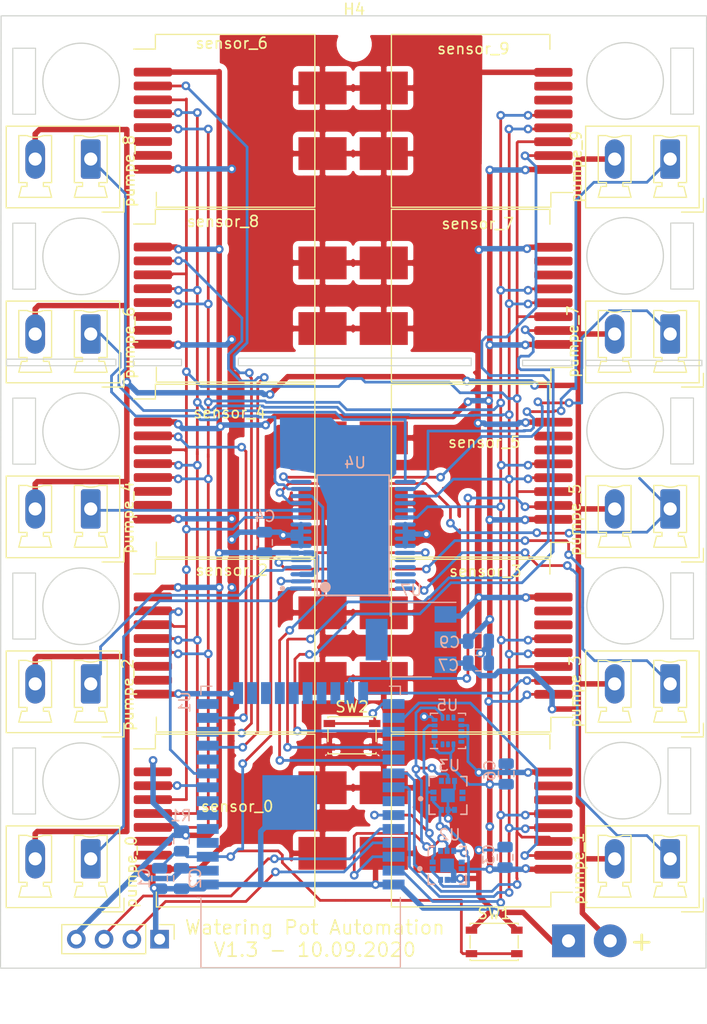
<source format=kicad_pcb>
(kicad_pcb (version 20171130) (host pcbnew "(5.1.5-0-10_14)")
  (layers (0 F.Cu signal) (31 B.Cu signal) (34 B.Paste user) (35 F.Paste user) (36 B.SilkS user) (37 F.SilkS user) (38 B.Mask user) (39 F.Mask user) (44 Edge.Cuts user))
  (net 0 "")
  (net 1 +3V3)
  (net 2 SCL)
  (net 3 SDA)
  (net 4 GND)
  (net 5 MOSI)
  (net 6 MISO)
  (net 7 SCLK)
  (net 8 RX)
  (net 9 TX)
  (net 10 pumpe_00)
  (net 11 pumpe_01)
  (net 12 pumpe_02)
  (net 13 pumpe_03)
  (net 14 pumpe_04)
  (net 15 pumpe_05)
  (net 16 pumpe_06)
  (net 17 pumpe_07)
  (net 18 pumpe_08)
  (net 19 pumpe_09)
  (net 20 NS_sensor_00)
  (net 21 NS_sensor_01)
  (net 22 NS_sensor_02)
  (net 23 NS_sensor_03)
  (net 24 NS_sensor_04)
  (net 25 NS_sensor_05)
  (net 26 NS_sensor_06)
  (net 27 NS_sensor_07)
  (net 28 NS_sensor_08)
  (net 29 NS_sensor_09)
  (net 30 NS_pumpes)
  (net 31 VCC)
  (net 32 "Net-(SW2-Pad1)")
  (net 33 RESET)
  (net 34 EP)
  (module octopart:NXP-MCZ33996EK-IPC_A (layer B.Cu) (at 120 138.4)
    (fp_text reference U4 (at -0.925 -6.625) (layer B.SilkS) (effects (justify right mirror)))
    (fp_text value MCZ33996EK hide)
    (pad 1 smd rect (at -4.766577 4.875) (size 1.937556 0.382736) (layers B.Cu B.Paste B.Mask) (net 10 pumpe_00))
    (pad 2 smd roundrect (at -4.766577 4.225) (size 1.937556 0.382736) (layers B.Cu B.Paste B.Mask) (roundrect_rratio 0.5) (net 11 pumpe_01))
    (pad 3 smd roundrect (at -4.766577 3.575) (size 1.937556 0.382736) (layers B.Cu B.Paste B.Mask) (roundrect_rratio 0.5) (net 1 +3V3))
    (pad 4 smd roundrect (at -4.766577 2.925) (size 1.937556 0.382736) (layers B.Cu B.Paste B.Mask) (roundrect_rratio 0.5) (net 12 pumpe_02))
    (pad 5 smd roundrect (at -4.766577 2.275) (size 1.937556 0.382736) (layers B.Cu B.Paste B.Mask) (roundrect_rratio 0.5) (net 13 pumpe_03))
    (pad 6 smd roundrect (at -4.766577 1.625) (size 1.937556 0.382736) (layers B.Cu B.Paste B.Mask) (roundrect_rratio 0.5) (net 1 +3V3))
    (pad 7 smd roundrect (at -4.766577 0.975) (size 1.937556 0.382736) (layers B.Cu B.Paste B.Mask) (roundrect_rratio 0.5) (net 4 GND))
    (pad 8 smd roundrect (at -4.766577 0.325) (size 1.937556 0.382736) (layers B.Cu B.Paste B.Mask) (roundrect_rratio 0.5) (net 4 GND))
    (pad 9 smd roundrect (at -4.766577 -0.325) (size 1.937556 0.382736) (layers B.Cu B.Paste B.Mask) (roundrect_rratio 0.5) (net 4 GND))
    (pad 10 smd roundrect (at -4.766577 -0.975) (size 1.937556 0.382736) (layers B.Cu B.Paste B.Mask) (roundrect_rratio 0.5) (net 4 GND))
    (pad 11 smd roundrect (at -4.766577 -1.625) (size 1.937556 0.382736) (layers B.Cu B.Paste B.Mask) (roundrect_rratio 0.5) (net 7 SCLK))
    (pad 12 smd roundrect (at -4.766577 -2.275) (size 1.937556 0.382736) (layers B.Cu B.Paste B.Mask) (roundrect_rratio 0.5) (net 14 pumpe_04))
    (pad 13 smd roundrect (at -4.766577 -2.925) (size 1.937556 0.382736) (layers B.Cu B.Paste B.Mask) (roundrect_rratio 0.5) (net 15 pumpe_05))
    (pad 14 smd roundrect (at -4.766577 -3.575) (size 1.937556 0.382736) (layers B.Cu B.Paste B.Mask) (roundrect_rratio 0.5) (net 30 NS_pumpes))
    (pad 15 smd roundrect (at -4.766577 -4.225) (size 1.937556 0.382736) (layers B.Cu B.Paste B.Mask) (roundrect_rratio 0.5) (net 16 pumpe_06))
    (pad 16 smd roundrect (at -4.766577 -4.875) (size 1.937556 0.382736) (layers B.Cu B.Paste B.Mask) (roundrect_rratio 0.5) (net 17 pumpe_07))
    (pad 17 smd roundrect (at 4.766577 -4.875) (size 1.937556 0.382736) (layers B.Cu B.Paste B.Mask) (roundrect_rratio 0.5) (net 18 pumpe_08))
    (pad 18 smd roundrect (at 4.766577 -4.225) (size 1.937556 0.382736) (layers B.Cu B.Paste B.Mask) (roundrect_rratio 0.5) (net 19 pumpe_09))
    (pad 19 smd roundrect (at 4.766577 -3.575) (size 1.937556 0.382736) (layers B.Cu B.Paste B.Mask) (roundrect_rratio 0.5) (net 6 MISO))
    (pad 20 smd roundrect (at 4.766577 -2.925) (size 1.937556 0.382736) (layers B.Cu B.Paste B.Mask) (roundrect_rratio 0.5))
    (pad 21 smd roundrect (at 4.766577 -2.275) (size 1.937556 0.382736) (layers B.Cu B.Paste B.Mask) (roundrect_rratio 0.5))
    (pad 22 smd roundrect (at 4.766577 -1.625) (size 1.937556 0.382736) (layers B.Cu B.Paste B.Mask) (roundrect_rratio 0.5) (net 5 MOSI))
    (pad 23 smd roundrect (at 4.766577 -0.975) (size 1.937556 0.382736) (layers B.Cu B.Paste B.Mask) (roundrect_rratio 0.5) (net 4 GND))
    (pad 24 smd roundrect (at 4.766577 -0.325) (size 1.937556 0.382736) (layers B.Cu B.Paste B.Mask) (roundrect_rratio 0.5) (net 4 GND))
    (pad 25 smd roundrect (at 4.766577 0.325) (size 1.937556 0.382736) (layers B.Cu B.Paste B.Mask) (roundrect_rratio 0.5) (net 4 GND))
    (pad 26 smd roundrect (at 4.766577 0.975) (size 1.937556 0.382736) (layers B.Cu B.Paste B.Mask) (roundrect_rratio 0.5) (net 4 GND))
    (pad 27 smd roundrect (at 4.766577 1.625) (size 1.937556 0.382736) (layers B.Cu B.Paste B.Mask) (roundrect_rratio 0.5) (net 33 RESET))
    (pad 28 smd roundrect (at 4.766577 2.275) (size 1.937556 0.382736) (layers B.Cu B.Paste B.Mask) (roundrect_rratio 0.5))
    (pad 29 smd roundrect (at 4.766577 2.925) (size 1.937556 0.382736) (layers B.Cu B.Paste B.Mask) (roundrect_rratio 0.5))
    (pad 30 smd roundrect (at 4.766577 3.575) (size 1.937556 0.382736) (layers B.Cu B.Paste B.Mask) (roundrect_rratio 0.5))
    (pad 31 smd roundrect (at 4.766577 4.225) (size 1.937556 0.382736) (layers B.Cu B.Paste B.Mask) (roundrect_rratio 0.5))
    (pad 32 smd roundrect (at 4.766577 4.875) (size 1.937556 0.382736) (layers B.Cu B.Paste B.Mask) (roundrect_rratio 0.5))
    (pad EP smd rect (at 0 0) (size 4.8 5.9) (layers B.Cu B.Mask) (net 34 EP))
  )
  (module Package_TO_SOT_SMD:SOT-223 (layer B.Cu) (at 125.3 147.95 180)
    (fp_text reference U7 (at 0 4.5) (layer B.SilkS) (effects (justify mirror)))
    (fp_text value XC6206PxxxMR)
    (pad 1 smd rect (at -3.15 2.3 180) (size 2 1.5) (layers B.Cu B.Paste B.Mask) (net 4 GND))
    (pad 3 smd rect (at -3.15 -2.3 180) (size 2 1.5) (layers B.Cu B.Paste B.Mask) (net 31 VCC))
    (pad 2 smd rect (at -3.15 0 180) (size 2 1.5) (layers B.Cu B.Paste B.Mask) (net 1 +3V3))
    (pad 4 smd rect (at 3.15 0 180) (size 2 3.8) (layers B.Cu B.Paste B.Mask))
  )
  (module Capacitor_SMD:C_0805_2012Metric (layer B.Cu) (at 131.4625 148.1 180)
    (fp_text reference C9 (at 2.6375 -0.1) (layer B.SilkS) (effects (justify mirror)))
    (fp_text value 10uF)
    (pad 2 smd roundrect (at 0.9375 0 180) (size 0.975 1.4) (layers B.Cu B.Paste B.Mask) (net 1 +3V3))
    (pad 1 smd roundrect (at -0.9375 0 180) (size 0.975 1.4) (layers B.Cu B.Paste B.Mask) (net 4 GND))
  )
  (module Capacitor_SMD:C_0805_2012Metric (layer B.Cu) (at 131.4625 150.1 180)
    (fp_text reference C7 (at 2.7375 -0.2) (layer B.SilkS) (effects (justify mirror)))
    (fp_text value 10uF)
    (pad 2 smd roundrect (at 0.9375 0 180) (size 0.975 1.4) (layers B.Cu B.Paste B.Mask) (net 31 VCC))
    (pad 1 smd roundrect (at -0.9375 0 180) (size 0.975 1.4) (layers B.Cu B.Paste B.Mask) (net 4 GND))
  )
  (module Connector_RJ:RJ45_fciconnector_vertical (layer F.Cu) (at 138 124 180)
    (fp_text reference sensor_5 (at 6 -5.9) (layer F.SilkS))
    (fp_text value RJ45 hide)
    (pad SH smd rect (at 15.2 -11.5 180) (size 4.4 3) (layers F.Cu F.Paste F.Mask) (net 4 GND))
    (pad SH smd rect (at 15.2 -5.5 180) (size 4.4 3) (layers F.Cu F.Paste F.Mask) (net 4 GND))
    (pad 8 smd roundrect (at -0.318 -4.064 180) (size 3.5 0.8) (layers F.Cu F.Paste F.Mask) (net 4 GND))
    (pad 7 smd roundrect (at -0.318 -5.334 180) (size 3.5 0.8) (layers F.Cu F.Paste F.Mask))
    (pad 6 smd roundrect (at -0.318 -6.604 180) (size 3.5 0.8) (layers F.Cu F.Paste F.Mask))
    (pad 5 smd roundrect (at -0.318 -7.874 180) (size 3.5 0.8) (layers F.Cu F.Paste F.Mask) (net 5 MOSI))
    (pad 4 smd roundrect (at -0.318 -9.144 180) (size 3.5 0.8) (layers F.Cu F.Paste F.Mask) (net 6 MISO))
    (pad 3 smd roundrect (at -0.318 -10.414 180) (size 3.5 0.8) (layers F.Cu F.Paste F.Mask) (net 7 SCLK))
    (pad 2 smd roundrect (at -0.318 -11.684 180) (size 3.5 0.8) (layers F.Cu F.Paste F.Mask) (net 25 NS_sensor_05))
    (pad 1 smd roundrect (at -0.318 -12.954 180) (size 3.5 0.8) (layers F.Cu F.Paste F.Mask) (net 1 +3V3))
  )
  (module Capacitor_SMD:C_0805_2012Metric (layer B.Cu) (at 134 160.2375 90)
    (fp_text reference C6 (at 0.3375 -1.5 90) (layer B.SilkS) (effects (justify mirror)))
    (fp_text value 100nF)
    (pad 2 smd roundrect (at 0.9375 0 90) (size 0.975 1.4) (layers B.Cu B.Paste B.Mask) (net 4 GND))
    (pad 1 smd roundrect (at -0.9375 0 90) (size 0.975 1.4) (layers B.Cu B.Paste B.Mask) (net 1 +3V3))
  )
  (module Capacitor_SMD:C_0805_2012Metric (layer B.Cu) (at 111.9 139.0625 270)
    (fp_text reference C4 (at -2.3875 -0.025) (layer B.SilkS) (effects (justify mirror)))
    (fp_text value 100nF)
    (pad 2 smd roundrect (at 0.9375 0 270) (size 0.975 1.4) (layers B.Cu B.Paste B.Mask) (net 1 +3V3))
    (pad 1 smd roundrect (at -0.9375 0 270) (size 0.975 1.4) (layers B.Cu B.Paste B.Mask) (net 4 GND))
  )
  (module Capacitor_SMD:C_0805_2012Metric (layer B.Cu) (at 133.9 167.8625 270)
    (fp_text reference C3 (at -0.2625 1.5 270) (layer B.SilkS) (effects (justify mirror)))
    (fp_text value 100nF)
    (pad 2 smd roundrect (at 0.9375 0 270) (size 0.975 1.4) (layers B.Cu B.Paste B.Mask) (net 1 +3V3))
    (pad 1 smd roundrect (at -0.9375 0 270) (size 0.975 1.4) (layers B.Cu B.Paste B.Mask) (net 4 GND))
  )
  (module Capacitor_SMD:C_0805_2012Metric (layer B.Cu) (at 104.3 169.8 90)
    (fp_text reference C2 (at 0.025 1.275 270) (layer B.SilkS) (effects (justify mirror)))
    (fp_text value 100nF)
    (pad 2 smd roundrect (at 0.9375 0 90) (size 0.975 1.4) (layers B.Cu B.Paste B.Mask) (net 1 +3V3))
    (pad 1 smd roundrect (at -0.9375 0 90) (size 0.975 1.4) (layers B.Cu B.Paste B.Mask) (net 4 GND))
  )
  (module Resistor_SMD:R_0805_2012Metric (layer B.Cu) (at 104.3 166.3625 270)
    (fp_text reference R1 (at -2.3125 0.05) (layer B.SilkS) (effects (justify mirror)))
    (fp_text value 12K)
    (pad 2 smd roundrect (at 0.9375 0 270) (size 0.975 1.4) (layers B.Cu B.Paste B.Mask) (net 33 RESET))
    (pad 1 smd roundrect (at -0.9375 0 270) (size 0.975 1.4) (layers B.Cu B.Paste B.Mask) (net 1 +3V3))
  )
  (module Capacitor_SMD:C_0805_2012Metric (layer B.Cu) (at 102.3 169.8 90)
    (fp_text reference C1 (at 0.025 -1.4 270) (layer B.SilkS) (effects (justify mirror)))
    (fp_text value 10uF)
    (pad 2 smd roundrect (at 0.9375 0 90) (size 0.975 1.4) (layers B.Cu B.Paste B.Mask) (net 33 RESET))
    (pad 1 smd roundrect (at -0.9375 0 90) (size 0.975 1.4) (layers B.Cu B.Paste B.Mask) (net 4 GND))
  )
  (module Button_Switch_SMD:SW_SPST_PTS810 (layer F.Cu) (at 119.9 156.7)
    (fp_text reference SW2 (at 0 -2.6) (layer F.SilkS))
    (fp_text value SW_Push hide)
    (pad 2 smd rect (at 2.075 1.075) (size 1.05 0.65) (layers F.Cu F.Paste F.Mask) (net 4 GND))
    (pad 2 smd rect (at -2.075 1.075) (size 1.05 0.65) (layers F.Cu F.Paste F.Mask) (net 4 GND))
    (pad 1 smd rect (at 2.075 -1.075) (size 1.05 0.65) (layers F.Cu F.Paste F.Mask) (net 32 "Net-(SW2-Pad1)"))
    (pad 1 smd rect (at -2.075 -1.075) (size 1.05 0.65) (layers F.Cu F.Paste F.Mask) (net 32 "Net-(SW2-Pad1)"))
  )
  (module Connector_Wire:SolderWirePad_1x02_P3.81mm_Drill1.2mm (layer F.Cu) (at 139.7 175.5)
    (fp_text reference Power1 hide)
    (fp_text value Conn_01x02 hide)
    (pad 2 thru_hole circle (at 3.81 0) (size 2.99974 2.99974) (drill 1.19888) (layers *.Cu *.Mask) (net 31 VCC))
    (pad 1 thru_hole rect (at 0 0) (size 2.99974 2.99974) (drill 1.19888) (layers *.Cu *.Mask) (net 4 GND))
  )
  (module Button_Switch_SMD:SW_SPST_PTS810 (layer F.Cu) (at 132.9 175.6)
    (fp_text reference SW1 (at 0 -2.6) (layer F.SilkS))
    (fp_text value SW_Push hide)
    (pad 2 smd rect (at 2.075 1.075) (size 1.05 0.65) (layers F.Cu F.Paste F.Mask) (net 33 RESET))
    (pad 2 smd rect (at -2.075 1.075) (size 1.05 0.65) (layers F.Cu F.Paste F.Mask) (net 33 RESET))
    (pad 1 smd rect (at 2.075 -1.075) (size 1.05 0.65) (layers F.Cu F.Paste F.Mask) (net 4 GND))
    (pad 1 smd rect (at -2.075 -1.075) (size 1.05 0.65) (layers F.Cu F.Paste F.Mask) (net 4 GND))
  )
  (module octopart:STMicroelectronics-CCLGA-10L-DM00294349-0-2-MFG (layer B.Cu) (at 128.675 162.2)
    (fp_text reference U3 (at -0.975 -2.725 180) (layer B.SilkS) (effects (justify right mirror)))
    (fp_text value LPS33HWTR hide)
    (pad 1 smd rect (at -1.325 0.3) (size 0.55 0.45) (layers B.Cu B.Paste B.Mask) (net 1 +3V3))
    (pad 2 smd rect (at -1.325 -0.3) (size 0.55 0.45) (layers B.Cu B.Paste B.Mask) (net 2 SCL))
    (pad 6 smd rect (at 1.325 -0.3) (size 0.55 0.45) (layers B.Cu B.Paste B.Mask))
    (pad 7 smd rect (at 1.325 0.3) (size 0.55 0.45) (layers B.Cu B.Paste B.Mask))
    (pad 3 smd rect (at -0.6 -1.325 270) (size 0.55 0.45) (layers B.Cu B.Paste B.Mask))
    (pad 4 smd rect (at 0 -1.325 270) (size 0.55 0.45) (layers B.Cu B.Paste B.Mask) (net 3 SDA))
    (pad 5 smd rect (at 0.6 -1.325 270) (size 0.55 0.45) (layers B.Cu B.Paste B.Mask) (net 4 GND))
    (pad 8 smd rect (at 0.6 1.325 270) (size 0.55 0.45) (layers B.Cu B.Paste B.Mask) (net 4 GND))
    (pad 9 smd rect (at 0 1.325 270) (size 0.55 0.45) (layers B.Cu B.Paste B.Mask) (net 4 GND))
    (pad 10 smd rect (at -0.6 1.325 270) (size 0.55 0.45) (layers B.Cu B.Paste B.Mask) (net 1 +3V3))
    (pad 11 smd rect (at 0 0) (size 1.25 1.25) (layers B.Cu B.Paste B.Mask) (net 4 GND))
  )
  (module MountingHole:MountingHole_2.2mm_M2 (layer F.Cu) (at 120.1 93.5)
    (fp_text reference H4 (at 0 -3.2) (layer F.SilkS))
    (fp_text value MountingHole)
    (pad 1 np_thru_hole circle (at 0 0) (size 2.2 2.2) (drill 2.2) (layers *.Cu *.Mask))
  )
  (module MountingHole:MountingHole_2.2mm_M2 (layer F.Cu) (at 120.1 125.5)
    (fp_text reference H3 hide)
    (fp_text value MountingHole)
    (pad 1 np_thru_hole circle (at 0 0) (size 2.2 2.2) (drill 2.2) (layers *.Cu *.Mask))
  )
  (module MountingHole:MountingHole_2.2mm_M2 (layer F.Cu) (at 90.3 175.5)
    (fp_text reference H2 hide)
    (fp_text value MountingHole hide)
    (pad 1 np_thru_hole circle (at 0 0) (size 2.2 2.2) (drill 2.2) (layers *.Cu *.Mask))
  )
  (module MountingHole:MountingHole_2.2mm_M2 (layer F.Cu) (at 149.7 175.5)
    (fp_text reference H1 hide)
    (fp_text value MountingHole hide)
    (pad 1 np_thru_hole circle (at 0 0) (size 2.2 2.2) (drill 2.2) (layers *.Cu *.Mask))
  )
  (module Connector_RJ:RJ45_fciconnector_vertical (layer F.Cu) (at 102 125)
    (fp_text reference sensor_6 (at 6.9 -31.6) (layer F.SilkS))
    (fp_text value RJ45 hide)
    (pad SH smd rect (at 15.2 -11.5) (size 4.4 3) (layers F.Cu F.Paste F.Mask) (net 4 GND))
    (pad SH smd rect (at 15.2 -5.5) (size 4.4 3) (layers F.Cu F.Paste F.Mask) (net 4 GND))
    (pad 8 smd roundrect (at -0.318 -4.064) (size 3.5 0.8) (layers F.Cu F.Paste F.Mask) (net 4 GND))
    (pad 7 smd roundrect (at -0.318 -5.334) (size 3.5 0.8) (layers F.Cu F.Paste F.Mask))
    (pad 6 smd roundrect (at -0.318 -6.604) (size 3.5 0.8) (layers F.Cu F.Paste F.Mask))
    (pad 5 smd roundrect (at -0.318 -7.874) (size 3.5 0.8) (layers F.Cu F.Paste F.Mask) (net 5 MOSI))
    (pad 4 smd roundrect (at -0.318 -9.144) (size 3.5 0.8) (layers F.Cu F.Paste F.Mask) (net 6 MISO))
    (pad 3 smd roundrect (at -0.318 -10.414) (size 3.5 0.8) (layers F.Cu F.Paste F.Mask) (net 7 SCLK))
    (pad 2 smd roundrect (at -0.318 -11.684) (size 3.5 0.8) (layers F.Cu F.Paste F.Mask) (net 26 NS_sensor_06))
    (pad 1 smd roundrect (at -0.318 -12.954) (size 3.5 0.8) (layers F.Cu F.Paste F.Mask) (net 1 +3V3))
  )
  (module Connector_Phoenix_MC_HighVoltage:PhoenixContact_MCV_1,5_2-G-5.08_1x02_P5.08mm_Vertical (layer F.Cu) (at 149 104 180)
    (fp_text reference pumpe_9 (at 8.6 -0.7 90) (layer F.SilkS))
    (fp_text value pumpe hide)
    (pad 2 thru_hole oval (at 5.08 0 180) (size 1.8 3.6) (drill 1.2) (layers *.Cu *.Mask) (net 31 VCC))
    (pad 1 thru_hole roundrect (at 0 0 180) (size 1.8 3.6) (drill 1.2) (layers *.Cu *.Mask) (roundrect_rratio 0.138889) (net 19 pumpe_09))
  )
  (module Connector_Phoenix_MC_HighVoltage:PhoenixContact_MCV_1,5_2-G-5.08_1x02_P5.08mm_Vertical (layer F.Cu) (at 96 104 180)
    (fp_text reference pumpe_8 (at -3.5 -1.1 90) (layer F.SilkS))
    (fp_text value pumpe hide)
    (pad 2 thru_hole oval (at 5.08 0 180) (size 1.8 3.6) (drill 1.2) (layers *.Cu *.Mask) (net 31 VCC))
    (pad 1 thru_hole roundrect (at 0 0 180) (size 1.8 3.6) (drill 1.2) (layers *.Cu *.Mask) (roundrect_rratio 0.138889) (net 18 pumpe_08))
  )
  (module Connector_Phoenix_MC_HighVoltage:PhoenixContact_MCV_1,5_2-G-5.08_1x02_P5.08mm_Vertical (layer F.Cu) (at 149 120 180)
    (fp_text reference pumpe_7 (at 8.9 -0.7 90) (layer F.SilkS))
    (fp_text value pumpe hide)
    (pad 2 thru_hole oval (at 5.08 0 180) (size 1.8 3.6) (drill 1.2) (layers *.Cu *.Mask) (net 31 VCC))
    (pad 1 thru_hole roundrect (at 0 0 180) (size 1.8 3.6) (drill 1.2) (layers *.Cu *.Mask) (roundrect_rratio 0.138889) (net 17 pumpe_07))
  )
  (module Connector_Phoenix_MC_HighVoltage:PhoenixContact_MCV_1,5_2-G-5.08_1x02_P5.08mm_Vertical (layer F.Cu) (at 96 120 180)
    (fp_text reference pumpe_6 (at -3.5 -0.8 90) (layer F.SilkS))
    (fp_text value pumpe hide)
    (pad 2 thru_hole oval (at 5.08 0 180) (size 1.8 3.6) (drill 1.2) (layers *.Cu *.Mask) (net 31 VCC))
    (pad 1 thru_hole roundrect (at 0 0 180) (size 1.8 3.6) (drill 1.2) (layers *.Cu *.Mask) (roundrect_rratio 0.138889) (net 16 pumpe_06))
  )
  (module Connector_Phoenix_MC_HighVoltage:PhoenixContact_MCV_1,5_2-G-5.08_1x02_P5.08mm_Vertical (layer F.Cu) (at 149 136 180)
    (fp_text reference pumpe_5 (at 8.7 -1 90) (layer F.SilkS))
    (fp_text value pumpe hide)
    (pad 2 thru_hole oval (at 5.08 0 180) (size 1.8 3.6) (drill 1.2) (layers *.Cu *.Mask) (net 31 VCC))
    (pad 1 thru_hole roundrect (at 0 0 180) (size 1.8 3.6) (drill 1.2) (layers *.Cu *.Mask) (roundrect_rratio 0.138889) (net 15 pumpe_05))
  )
  (module Connector_Phoenix_MC_HighVoltage:PhoenixContact_MCV_1,5_2-G-5.08_1x02_P5.08mm_Vertical (layer F.Cu) (at 96 136 180)
    (fp_text reference pumpe_4 (at -3.4 -0.8 90) (layer F.SilkS))
    (fp_text value pumpe hide)
    (pad 2 thru_hole oval (at 5.08 0 180) (size 1.8 3.6) (drill 1.2) (layers *.Cu *.Mask) (net 31 VCC))
    (pad 1 thru_hole roundrect (at 0 0 180) (size 1.8 3.6) (drill 1.2) (layers *.Cu *.Mask) (roundrect_rratio 0.138889) (net 14 pumpe_04))
  )
  (module Connector_Phoenix_MC_HighVoltage:PhoenixContact_MCV_1,5_2-G-5.08_1x02_P5.08mm_Vertical (layer F.Cu) (at 149 152 180)
    (fp_text reference pumpe_3 (at 8.7 -0.7 90) (layer F.SilkS))
    (fp_text value pumpe hide)
    (pad 2 thru_hole oval (at 5.08 0 180) (size 1.8 3.6) (drill 1.2) (layers *.Cu *.Mask) (net 31 VCC))
    (pad 1 thru_hole roundrect (at 0 0 180) (size 1.8 3.6) (drill 1.2) (layers *.Cu *.Mask) (roundrect_rratio 0.138889) (net 13 pumpe_03))
  )
  (module Connector_Phoenix_MC_HighVoltage:PhoenixContact_MCV_1,5_2-G-5.08_1x02_P5.08mm_Vertical (layer F.Cu) (at 96 152 180)
    (fp_text reference pumpe_2 (at -3.4 -1 90) (layer F.SilkS))
    (fp_text value pumpe hide)
    (pad 2 thru_hole oval (at 5.08 0 180) (size 1.8 3.6) (drill 1.2) (layers *.Cu *.Mask) (net 31 VCC))
    (pad 1 thru_hole roundrect (at 0 0 180) (size 1.8 3.6) (drill 1.2) (layers *.Cu *.Mask) (roundrect_rratio 0.138889) (net 12 pumpe_02))
  )
  (module Connector_Phoenix_MC_HighVoltage:PhoenixContact_MCV_1,5_2-G-5.08_1x02_P5.08mm_Vertical (layer F.Cu) (at 149 168 180)
    (fp_text reference pumpe_1 (at 8.4 -0.9 270) (layer F.SilkS))
    (fp_text value pumpe hide)
    (pad 2 thru_hole oval (at 5.08 0 180) (size 1.8 3.6) (drill 1.2) (layers *.Cu *.Mask) (net 31 VCC))
    (pad 1 thru_hole roundrect (at 0 0 180) (size 1.8 3.6) (drill 1.2) (layers *.Cu *.Mask) (roundrect_rratio 0.138889) (net 11 pumpe_01))
  )
  (module Connector_Phoenix_MC_HighVoltage:PhoenixContact_MCV_1,5_2-G-5.08_1x02_P5.08mm_Vertical (layer F.Cu) (at 96 168 180)
    (fp_text reference pumpe_0 (at -3.7 -1.2 90) (layer F.SilkS))
    (fp_text value pumpe hide)
    (pad 2 thru_hole oval (at 5.08 0 180) (size 1.8 3.6) (drill 1.2) (layers *.Cu *.Mask) (net 31 VCC))
    (pad 1 thru_hole roundrect (at 0 0 180) (size 1.8 3.6) (drill 1.2) (layers *.Cu *.Mask) (roundrect_rratio 0.138889) (net 10 pumpe_00))
  )
  (module Connector_PinHeader_2.54mm:PinHeader_1x04_P2.54mm_Vertical (layer F.Cu) (at 102.3 175.35 270)
    (fp_text reference program_port1 hide)
    (fp_text value Conn_01x04_Male hide)
    (pad 4 thru_hole oval (at 0 7.62 270) (size 1.7 1.7) (drill 1) (layers *.Cu *.Mask) (net 1 +3V3))
    (pad 3 thru_hole oval (at 0 5.08 270) (size 1.7 1.7) (drill 1) (layers *.Cu *.Mask) (net 8 RX))
    (pad 2 thru_hole oval (at 0 2.54 270) (size 1.7 1.7) (drill 1) (layers *.Cu *.Mask) (net 9 TX))
    (pad 1 thru_hole rect (at 0 0 270) (size 1.7 1.7) (drill 1) (layers *.Cu *.Mask) (net 4 GND))
  )
  (module Connector_RJ:RJ45_fciconnector_vertical (layer F.Cu) (at 138 92 180)
    (fp_text reference sensor_9 (at 7 -1.9) (layer F.SilkS))
    (fp_text value RJ45)
    (pad SH smd rect (at 15.2 -11.5 180) (size 4.4 3) (layers F.Cu F.Paste F.Mask) (net 4 GND))
    (pad SH smd rect (at 15.2 -5.5 180) (size 4.4 3) (layers F.Cu F.Paste F.Mask) (net 4 GND))
    (pad 8 smd roundrect (at -0.318 -4.064 180) (size 3.5 0.8) (layers F.Cu F.Paste F.Mask) (net 4 GND))
    (pad 7 smd roundrect (at -0.318 -5.334 180) (size 3.5 0.8) (layers F.Cu F.Paste F.Mask))
    (pad 6 smd roundrect (at -0.318 -6.604 180) (size 3.5 0.8) (layers F.Cu F.Paste F.Mask))
    (pad 5 smd roundrect (at -0.318 -7.874 180) (size 3.5 0.8) (layers F.Cu F.Paste F.Mask) (net 5 MOSI))
    (pad 4 smd roundrect (at -0.318 -9.144 180) (size 3.5 0.8) (layers F.Cu F.Paste F.Mask) (net 6 MISO))
    (pad 3 smd roundrect (at -0.318 -10.414 180) (size 3.5 0.8) (layers F.Cu F.Paste F.Mask) (net 7 SCLK))
    (pad 2 smd roundrect (at -0.318 -11.684 180) (size 3.5 0.8) (layers F.Cu F.Paste F.Mask) (net 29 NS_sensor_09))
    (pad 1 smd roundrect (at -0.318 -12.954 180) (size 3.5 0.8) (layers F.Cu F.Paste F.Mask) (net 1 +3V3))
  )
  (module Connector_RJ:RJ45_fciconnector_vertical (layer F.Cu) (at 102 109)
    (fp_text reference sensor_8 (at 6.1 0.7) (layer F.SilkS))
    (fp_text value RJ45 hide)
    (pad SH smd rect (at 15.2 -11.5) (size 4.4 3) (layers F.Cu F.Paste F.Mask) (net 4 GND))
    (pad SH smd rect (at 15.2 -5.5) (size 4.4 3) (layers F.Cu F.Paste F.Mask) (net 4 GND))
    (pad 8 smd roundrect (at -0.318 -4.064) (size 3.5 0.8) (layers F.Cu F.Paste F.Mask) (net 4 GND))
    (pad 7 smd roundrect (at -0.318 -5.334) (size 3.5 0.8) (layers F.Cu F.Paste F.Mask))
    (pad 6 smd roundrect (at -0.318 -6.604) (size 3.5 0.8) (layers F.Cu F.Paste F.Mask))
    (pad 5 smd roundrect (at -0.318 -7.874) (size 3.5 0.8) (layers F.Cu F.Paste F.Mask) (net 5 MOSI))
    (pad 4 smd roundrect (at -0.318 -9.144) (size 3.5 0.8) (layers F.Cu F.Paste F.Mask) (net 6 MISO))
    (pad 3 smd roundrect (at -0.318 -10.414) (size 3.5 0.8) (layers F.Cu F.Paste F.Mask) (net 7 SCLK))
    (pad 2 smd roundrect (at -0.318 -11.684) (size 3.5 0.8) (layers F.Cu F.Paste F.Mask) (net 28 NS_sensor_08))
    (pad 1 smd roundrect (at -0.318 -12.954) (size 3.5 0.8) (layers F.Cu F.Paste F.Mask) (net 1 +3V3))
  )
  (module Connector_RJ:RJ45_fciconnector_vertical (layer F.Cu) (at 138 108 180)
    (fp_text reference sensor_7 (at 6.6 -1.9) (layer F.SilkS))
    (fp_text value RJ45 hide)
    (pad SH smd rect (at 15.2 -11.5 180) (size 4.4 3) (layers F.Cu F.Paste F.Mask) (net 4 GND))
    (pad SH smd rect (at 15.2 -5.5 180) (size 4.4 3) (layers F.Cu F.Paste F.Mask) (net 4 GND))
    (pad 8 smd roundrect (at -0.318 -4.064 180) (size 3.5 0.8) (layers F.Cu F.Paste F.Mask) (net 4 GND))
    (pad 7 smd roundrect (at -0.318 -5.334 180) (size 3.5 0.8) (layers F.Cu F.Paste F.Mask))
    (pad 6 smd roundrect (at -0.318 -6.604 180) (size 3.5 0.8) (layers F.Cu F.Paste F.Mask))
    (pad 5 smd roundrect (at -0.318 -7.874 180) (size 3.5 0.8) (layers F.Cu F.Paste F.Mask) (net 5 MOSI))
    (pad 4 smd roundrect (at -0.318 -9.144 180) (size 3.5 0.8) (layers F.Cu F.Paste F.Mask) (net 6 MISO))
    (pad 3 smd roundrect (at -0.318 -10.414 180) (size 3.5 0.8) (layers F.Cu F.Paste F.Mask) (net 7 SCLK))
    (pad 2 smd roundrect (at -0.318 -11.684 180) (size 3.5 0.8) (layers F.Cu F.Paste F.Mask) (net 27 NS_sensor_07))
    (pad 1 smd roundrect (at -0.318 -12.954 180) (size 3.5 0.8) (layers F.Cu F.Paste F.Mask) (net 1 +3V3))
  )
  (module Connector_RJ:RJ45_fciconnector_vertical (layer F.Cu) (at 102 141)
    (fp_text reference sensor_4 (at 6.7 -13.8) (layer F.SilkS))
    (fp_text value RJ45 hide)
    (pad SH smd rect (at 15.2 -11.5) (size 4.4 3) (layers F.Cu F.Paste F.Mask) (net 4 GND))
    (pad SH smd rect (at 15.2 -5.5) (size 4.4 3) (layers F.Cu F.Paste F.Mask) (net 4 GND))
    (pad 8 smd roundrect (at -0.318 -4.064) (size 3.5 0.8) (layers F.Cu F.Paste F.Mask) (net 4 GND))
    (pad 7 smd roundrect (at -0.318 -5.334) (size 3.5 0.8) (layers F.Cu F.Paste F.Mask))
    (pad 6 smd roundrect (at -0.318 -6.604) (size 3.5 0.8) (layers F.Cu F.Paste F.Mask))
    (pad 5 smd roundrect (at -0.318 -7.874) (size 3.5 0.8) (layers F.Cu F.Paste F.Mask) (net 5 MOSI))
    (pad 4 smd roundrect (at -0.318 -9.144) (size 3.5 0.8) (layers F.Cu F.Paste F.Mask) (net 6 MISO))
    (pad 3 smd roundrect (at -0.318 -10.414) (size 3.5 0.8) (layers F.Cu F.Paste F.Mask) (net 7 SCLK))
    (pad 2 smd roundrect (at -0.318 -11.684) (size 3.5 0.8) (layers F.Cu F.Paste F.Mask) (net 24 NS_sensor_04))
    (pad 1 smd roundrect (at -0.318 -12.954) (size 3.5 0.8) (layers F.Cu F.Paste F.Mask) (net 1 +3V3))
  )
  (module Connector_RJ:RJ45_fciconnector_vertical (layer F.Cu) (at 138 140 180)
    (fp_text reference sensor_3 (at 5.9 -1.7) (layer F.SilkS))
    (fp_text value RJ45 hide)
    (pad SH smd rect (at 15.2 -11.5 180) (size 4.4 3) (layers F.Cu F.Paste F.Mask) (net 4 GND))
    (pad SH smd rect (at 15.2 -5.5 180) (size 4.4 3) (layers F.Cu F.Paste F.Mask) (net 4 GND))
    (pad 8 smd roundrect (at -0.318 -4.064 180) (size 3.5 0.8) (layers F.Cu F.Paste F.Mask) (net 4 GND))
    (pad 7 smd roundrect (at -0.318 -5.334 180) (size 3.5 0.8) (layers F.Cu F.Paste F.Mask))
    (pad 6 smd roundrect (at -0.318 -6.604 180) (size 3.5 0.8) (layers F.Cu F.Paste F.Mask))
    (pad 5 smd roundrect (at -0.318 -7.874 180) (size 3.5 0.8) (layers F.Cu F.Paste F.Mask) (net 5 MOSI))
    (pad 4 smd roundrect (at -0.318 -9.144 180) (size 3.5 0.8) (layers F.Cu F.Paste F.Mask) (net 6 MISO))
    (pad 3 smd roundrect (at -0.318 -10.414 180) (size 3.5 0.8) (layers F.Cu F.Paste F.Mask) (net 7 SCLK))
    (pad 2 smd roundrect (at -0.318 -11.684 180) (size 3.5 0.8) (layers F.Cu F.Paste F.Mask) (net 23 NS_sensor_03))
    (pad 1 smd roundrect (at -0.318 -12.954 180) (size 3.5 0.8) (layers F.Cu F.Paste F.Mask) (net 1 +3V3))
  )
  (module Connector_RJ:RJ45_fciconnector_vertical (layer F.Cu) (at 102 157)
    (fp_text reference sensor_2 (at 6.9 -15.4) (layer F.SilkS))
    (fp_text value RJ45 hide)
    (pad SH smd rect (at 15.2 -11.5) (size 4.4 3) (layers F.Cu F.Paste F.Mask) (net 4 GND))
    (pad SH smd rect (at 15.2 -5.5) (size 4.4 3) (layers F.Cu F.Paste F.Mask) (net 4 GND))
    (pad 8 smd roundrect (at -0.318 -4.064) (size 3.5 0.8) (layers F.Cu F.Paste F.Mask) (net 4 GND))
    (pad 7 smd roundrect (at -0.318 -5.334) (size 3.5 0.8) (layers F.Cu F.Paste F.Mask))
    (pad 6 smd roundrect (at -0.318 -6.604) (size 3.5 0.8) (layers F.Cu F.Paste F.Mask))
    (pad 5 smd roundrect (at -0.318 -7.874) (size 3.5 0.8) (layers F.Cu F.Paste F.Mask) (net 5 MOSI))
    (pad 4 smd roundrect (at -0.318 -9.144) (size 3.5 0.8) (layers F.Cu F.Paste F.Mask) (net 6 MISO))
    (pad 3 smd roundrect (at -0.318 -10.414) (size 3.5 0.8) (layers F.Cu F.Paste F.Mask) (net 7 SCLK))
    (pad 2 smd roundrect (at -0.318 -11.684) (size 3.5 0.8) (layers F.Cu F.Paste F.Mask) (net 22 NS_sensor_02))
    (pad 1 smd roundrect (at -0.318 -12.954) (size 3.5 0.8) (layers F.Cu F.Paste F.Mask) (net 1 +3V3))
  )
  (module Connector_RJ:RJ45_fciconnector_vertical (layer F.Cu) (at 138 156 180)
    (fp_text reference sensor_1 hide)
    (fp_text value RJ45 hide)
    (pad SH smd rect (at 15.2 -11.5 180) (size 4.4 3) (layers F.Cu F.Paste F.Mask) (net 4 GND))
    (pad SH smd rect (at 15.2 -5.5 180) (size 4.4 3) (layers F.Cu F.Paste F.Mask) (net 4 GND))
    (pad 8 smd roundrect (at -0.318 -4.064 180) (size 3.5 0.8) (layers F.Cu F.Paste F.Mask) (net 4 GND))
    (pad 7 smd roundrect (at -0.318 -5.334 180) (size 3.5 0.8) (layers F.Cu F.Paste F.Mask))
    (pad 6 smd roundrect (at -0.318 -6.604 180) (size 3.5 0.8) (layers F.Cu F.Paste F.Mask))
    (pad 5 smd roundrect (at -0.318 -7.874 180) (size 3.5 0.8) (layers F.Cu F.Paste F.Mask) (net 5 MOSI))
    (pad 4 smd roundrect (at -0.318 -9.144 180) (size 3.5 0.8) (layers F.Cu F.Paste F.Mask) (net 6 MISO))
    (pad 3 smd roundrect (at -0.318 -10.414 180) (size 3.5 0.8) (layers F.Cu F.Paste F.Mask) (net 7 SCLK))
    (pad 2 smd roundrect (at -0.318 -11.684 180) (size 3.5 0.8) (layers F.Cu F.Paste F.Mask) (net 21 NS_sensor_01))
    (pad 1 smd roundrect (at -0.318 -12.954 180) (size 3.5 0.8) (layers F.Cu F.Paste F.Mask) (net 1 +3V3))
  )
  (module Connector_RJ:RJ45_fciconnector_vertical (layer F.Cu) (at 102 173)
    (fp_text reference sensor_0 (at 7.4 -9.8) (layer F.SilkS))
    (fp_text value RJ45 hide)
    (pad SH smd rect (at 15.2 -11.5) (size 4.4 3) (layers F.Cu F.Paste F.Mask) (net 4 GND))
    (pad SH smd rect (at 15.2 -5.5) (size 4.4 3) (layers F.Cu F.Paste F.Mask) (net 4 GND))
    (pad 8 smd roundrect (at -0.318 -4.064) (size 3.5 0.8) (layers F.Cu F.Paste F.Mask) (net 4 GND))
    (pad 7 smd roundrect (at -0.318 -5.334) (size 3.5 0.8) (layers F.Cu F.Paste F.Mask))
    (pad 6 smd roundrect (at -0.318 -6.604) (size 3.5 0.8) (layers F.Cu F.Paste F.Mask))
    (pad 5 smd roundrect (at -0.318 -7.874) (size 3.5 0.8) (layers F.Cu F.Paste F.Mask) (net 5 MOSI))
    (pad 4 smd roundrect (at -0.318 -9.144) (size 3.5 0.8) (layers F.Cu F.Paste F.Mask) (net 6 MISO))
    (pad 3 smd roundrect (at -0.318 -10.414) (size 3.5 0.8) (layers F.Cu F.Paste F.Mask) (net 7 SCLK))
    (pad 2 smd roundrect (at -0.318 -11.684) (size 3.5 0.8) (layers F.Cu F.Paste F.Mask) (net 20 NS_sensor_00))
    (pad 1 smd roundrect (at -0.318 -12.954) (size 3.5 0.8) (layers F.Cu F.Paste F.Mask) (net 1 +3V3))
  )
  (module Package_LGA:LGA-16_3x3mm_P0.5mm_LayoutBorder3x5y (layer B.Cu) (at 128.675 156.3)
    (fp_text reference U5 (at -0.05 -2.35) (layer B.SilkS) (effects (justify mirror)))
    (fp_text value LIS3DH)
    (pad 16 smd roundrect (at -0.5 1.225) (size 0.35 0.55) (layers B.Cu B.Paste B.Mask))
    (pad 15 smd roundrect (at 0 1.225) (size 0.35 0.55) (layers B.Cu B.Paste B.Mask))
    (pad 14 smd roundrect (at 0.5 1.225) (size 0.35 0.55) (layers B.Cu B.Paste B.Mask) (net 1 +3V3))
    (pad 13 smd roundrect (at 1.225 1) (size 0.55 0.35) (layers B.Cu B.Paste B.Mask))
    (pad 12 smd roundrect (at 1.225 0.5) (size 0.55 0.35) (layers B.Cu B.Paste B.Mask) (net 4 GND))
    (pad 11 smd roundrect (at 1.225 0) (size 0.55 0.35) (layers B.Cu B.Paste B.Mask))
    (pad 10 smd roundrect (at 1.225 -0.5) (size 0.55 0.35) (layers B.Cu B.Paste B.Mask) (net 4 GND))
    (pad 9 smd roundrect (at 1.225 -1) (size 0.55 0.35) (layers B.Cu B.Paste B.Mask))
    (pad 8 smd roundrect (at 0.5 -1.225) (size 0.35 0.55) (layers B.Cu B.Paste B.Mask))
    (pad 7 smd roundrect (at 0 -1.225) (size 0.35 0.55) (layers B.Cu B.Paste B.Mask))
    (pad 6 smd roundrect (at -0.5 -1.225) (size 0.35 0.55) (layers B.Cu B.Paste B.Mask) (net 3 SDA))
    (pad 5 smd roundrect (at -1.225 -1) (size 0.55 0.35) (layers B.Cu B.Paste B.Mask) (net 4 GND))
    (pad 4 smd roundrect (at -1.225 -0.5) (size 0.55 0.35) (layers B.Cu B.Paste B.Mask) (net 2 SCL))
    (pad 3 smd roundrect (at -1.225 0) (size 0.55 0.35) (layers B.Cu B.Paste B.Mask))
    (pad 2 smd roundrect (at -1.225 0.5) (size 0.55 0.35) (layers B.Cu B.Paste B.Mask))
    (pad 1 smd roundrect (at -1.225 1) (size 0.55 0.35) (layers B.Cu B.Paste B.Mask) (net 1 +3V3))
  )
  (module octopart:STMicroelectronics-CCLGA-10L-DM00294349-0-2-MFG (layer B.Cu) (at 128.6 168.6)
    (fp_text reference U2 (at -0.875 -2.8 180) (layer B.SilkS) (effects (justify right mirror)))
    (fp_text value LPS33HWTR hide)
    (pad 1 smd rect (at -1.325 0.3) (size 0.55 0.45) (layers B.Cu B.Paste B.Mask) (net 1 +3V3))
    (pad 2 smd rect (at -1.325 -0.3) (size 0.55 0.45) (layers B.Cu B.Paste B.Mask) (net 2 SCL))
    (pad 6 smd rect (at 1.325 -0.3) (size 0.55 0.45) (layers B.Cu B.Paste B.Mask))
    (pad 7 smd rect (at 1.325 0.3) (size 0.55 0.45) (layers B.Cu B.Paste B.Mask))
    (pad 3 smd rect (at -0.6 -1.325 270) (size 0.55 0.45) (layers B.Cu B.Paste B.Mask))
    (pad 4 smd rect (at 0 -1.325 270) (size 0.55 0.45) (layers B.Cu B.Paste B.Mask) (net 3 SDA))
    (pad 5 smd rect (at 0.6 -1.325 270) (size 0.55 0.45) (layers B.Cu B.Paste B.Mask) (net 1 +3V3))
    (pad 8 smd rect (at 0.6 1.325 270) (size 0.55 0.45) (layers B.Cu B.Paste B.Mask) (net 4 GND))
    (pad 9 smd rect (at 0 1.325 270) (size 0.55 0.45) (layers B.Cu B.Paste B.Mask) (net 4 GND))
    (pad 10 smd rect (at -0.6 1.325 270) (size 0.55 0.45) (layers B.Cu B.Paste B.Mask) (net 1 +3V3))
    (pad 11 smd rect (at 0 0) (size 1.25 1.25) (layers B.Cu B.Paste B.Mask) (net 4 GND))
  )
  (module RF_Module:ESP32-WROOM-32 (layer B.Cu) (at 115.2 162.095)
    (fp_text reference U1 (at -10.61 -8.43 -90) (layer B.SilkS) (effects (justify mirror)))
    (fp_text value ESP32-WROOM-32)
    (pad 38 smd rect (at 8.5 8.255) (size 2 0.9) (layers B.Cu B.Paste B.Mask) (net 4 GND))
    (pad 37 smd rect (at 8.5 6.985) (size 2 0.9) (layers B.Cu B.Paste B.Mask) (net 5 MOSI))
    (pad 36 smd rect (at 8.5 5.715) (size 2 0.9) (layers B.Cu B.Paste B.Mask) (net 3 SDA))
    (pad 35 smd rect (at 8.5 4.445) (size 2 0.9) (layers B.Cu B.Paste B.Mask) (net 9 TX))
    (pad 34 smd rect (at 8.5 3.175) (size 2 0.9) (layers B.Cu B.Paste B.Mask) (net 8 RX))
    (pad 33 smd rect (at 8.5 1.905) (size 2 0.9) (layers B.Cu B.Paste B.Mask) (net 2 SCL))
    (pad 32 smd rect (at 8.5 0.635) (size 2 0.9) (layers B.Cu B.Paste B.Mask))
    (pad 31 smd rect (at 8.5 -0.635) (size 2 0.9) (layers B.Cu B.Paste B.Mask) (net 6 MISO))
    (pad 30 smd rect (at 8.5 -1.905) (size 2 0.9) (layers B.Cu B.Paste B.Mask) (net 7 SCLK))
    (pad 29 smd rect (at 8.5 -3.175) (size 2 0.9) (layers B.Cu B.Paste B.Mask) (net 30 NS_pumpes))
    (pad 28 smd rect (at 8.5 -4.445) (size 2 0.9) (layers B.Cu B.Paste B.Mask) (net 29 NS_sensor_09))
    (pad 27 smd rect (at 8.5 -5.715) (size 2 0.9) (layers B.Cu B.Paste B.Mask) (net 27 NS_sensor_07))
    (pad 26 smd rect (at 8.5 -6.985) (size 2 0.9) (layers B.Cu B.Paste B.Mask) (net 21 NS_sensor_01))
    (pad 25 smd rect (at 8.5 -8.255) (size 2 0.9) (layers B.Cu B.Paste B.Mask) (net 32 "Net-(SW2-Pad1)"))
    (pad 24 smd rect (at 5.715 -9.255 270) (size 2 0.9) (layers B.Cu B.Paste B.Mask) (net 23 NS_sensor_03))
    (pad 23 smd rect (at 4.445 -9.255 270) (size 2 0.9) (layers B.Cu B.Paste B.Mask) (net 25 NS_sensor_05))
    (pad 22 smd rect (at 3.175 -9.255 270) (size 2 0.9) (layers B.Cu B.Paste B.Mask))
    (pad 21 smd rect (at 1.905 -9.255 270) (size 2 0.9) (layers B.Cu B.Paste B.Mask))
    (pad 20 smd rect (at 0.635 -9.255 270) (size 2 0.9) (layers B.Cu B.Paste B.Mask))
    (pad 19 smd rect (at -0.635 -9.255 270) (size 2 0.9) (layers B.Cu B.Paste B.Mask))
    (pad 18 smd rect (at -1.905 -9.255 270) (size 2 0.9) (layers B.Cu B.Paste B.Mask))
    (pad 17 smd rect (at -3.175 -9.255 270) (size 2 0.9) (layers B.Cu B.Paste B.Mask))
    (pad 16 smd rect (at -4.445 -9.255 270) (size 2 0.9) (layers B.Cu B.Paste B.Mask))
    (pad 15 smd rect (at -5.715 -9.255 270) (size 2 0.9) (layers B.Cu B.Paste B.Mask) (net 4 GND))
    (pad 14 smd rect (at -8.5 -8.255) (size 2 0.9) (layers B.Cu B.Paste B.Mask))
    (pad 13 smd rect (at -8.5 -6.985) (size 2 0.9) (layers B.Cu B.Paste B.Mask) (net 24 NS_sensor_04))
    (pad 12 smd rect (at -8.5 -5.715) (size 2 0.9) (layers B.Cu B.Paste B.Mask) (net 28 NS_sensor_08))
    (pad 11 smd rect (at -8.5 -4.445) (size 2 0.9) (layers B.Cu B.Paste B.Mask) (net 26 NS_sensor_06))
    (pad 10 smd rect (at -8.5 -3.175) (size 2 0.9) (layers B.Cu B.Paste B.Mask))
    (pad 9 smd rect (at -8.5 -1.905) (size 2 0.9) (layers B.Cu B.Paste B.Mask) (net 22 NS_sensor_02))
    (pad 8 smd rect (at -8.5 -0.635) (size 2 0.9) (layers B.Cu B.Paste B.Mask) (net 20 NS_sensor_00))
    (pad 7 smd rect (at -8.5 0.635) (size 2 0.9) (layers B.Cu B.Paste B.Mask))
    (pad 6 smd rect (at -8.5 1.905) (size 2 0.9) (layers B.Cu B.Paste B.Mask))
    (pad 5 smd rect (at -8.5 3.175) (size 2 0.9) (layers B.Cu B.Paste B.Mask))
    (pad 4 smd rect (at -8.5 4.445) (size 2 0.9) (layers B.Cu B.Paste B.Mask))
    (pad 3 smd rect (at -8.5 5.715) (size 2 0.9) (layers B.Cu B.Paste B.Mask) (net 33 RESET))
    (pad 2 smd rect (at -8.5 6.985) (size 2 0.9) (layers B.Cu B.Paste B.Mask) (net 1 +3V3))
    (pad 1 smd rect (at -8.5 8.255) (size 2 0.9) (layers B.Cu B.Paste B.Mask) (net 4 GND))
    (pad 39 smd rect (at -1 0.755) (size 5 5) (layers B.Cu B.Paste B.Mask) (net 4 GND))
  )
  (gr_poly (pts (xy 118.65 128.375) (xy 123.925 128.4) (xy 123.9 132.75) (xy 123.2 133.425) (xy 123.225 143.975) (xy 117.675 143.95) (xy 117.65 135.55) (xy 116.475 132.675) (xy 113.375 132.175) (xy 113.35 127.7) (xy 118 127.7)) (layer B.Cu) (width 0.1))
  (gr_text "Watering Pot Automation\nV1.3 - 10.09.2020" (at 116.5 175.3) (layer F.SilkS) (effects (font (size 1.27 1.27))))
  (gr_text + (at 146.4 175.5) (layer F.SilkS) (effects (font (size 1.778 1.778) (thickness 0.254))))
  (gr_line (start 98.3 122.3) (end 98.3 122.9) (layer Edge.Cuts) (width 0.1))
  (gr_line (start 88.3 122.3) (end 98.3 122.3) (layer Edge.Cuts) (width 0.1))
  (gr_line (start 88.3 122.9) (end 88.3 122.3) (layer Edge.Cuts) (width 0.1))
  (gr_line (start 98.3 122.9) (end 88.3 122.9) (layer Edge.Cuts) (width 0.1))
  (gr_line (start 104.3 122.3) (end 104.3 122.9) (layer Edge.Cuts) (width 0.1))
  (gr_line (start 99.9 122.3) (end 104.3 122.3) (layer Edge.Cuts) (width 0.1))
  (gr_line (start 99.9 122.9) (end 99.9 122.3) (layer Edge.Cuts) (width 0.1))
  (gr_line (start 104.3 122.9) (end 99.9 122.9) (layer Edge.Cuts) (width 0.1))
  (gr_line (start 151.9 122.4) (end 151.9 122.9) (layer Edge.Cuts) (width 0.1))
  (gr_line (start 141.3 122.4) (end 151.9 122.4) (layer Edge.Cuts) (width 0.1))
  (gr_line (start 141.3 122.9) (end 141.3 122.4) (layer Edge.Cuts) (width 0.1))
  (gr_line (start 151.9 122.9) (end 141.3 122.9) (layer Edge.Cuts) (width 0.1))
  (gr_line (start 140 122.4) (end 140 122.9) (layer Edge.Cuts) (width 0.1))
  (gr_line (start 135.5 122.4) (end 140 122.4) (layer Edge.Cuts) (width 0.1))
  (gr_line (start 135.5 122.9) (end 135.5 122.4) (layer Edge.Cuts) (width 0.1))
  (gr_line (start 140 122.9) (end 135.5 122.9) (layer Edge.Cuts) (width 0.1))
  (gr_line (start 130.8 122.2) (end 130.8 122.9) (layer Edge.Cuts) (width 0.1))
  (gr_line (start 109.5 122.2) (end 130.8 122.2) (layer Edge.Cuts) (width 0.1))
  (gr_line (start 109.5 122.9) (end 109.5 122.2) (layer Edge.Cuts) (width 0.1))
  (gr_line (start 130.8 122.9) (end 109.5 122.9) (layer Edge.Cuts) (width 0.1))
  (gr_circle (center 144.88 96.85) (end 141.38 96.85) (layer Edge.Cuts) (width 0.12))
  (gr_poly (pts (xy 149.05 93.85) (xy 151.13 93.85) (xy 151.13 99.89) (xy 149.05 99.89)) (layer Edge.Cuts) (width 0.1))
  (gr_circle (center 144.88 112.85) (end 141.38 112.85) (layer Edge.Cuts) (width 0.12))
  (gr_poly (pts (xy 149.05 109.85) (xy 151.13 109.85) (xy 151.13 115.89) (xy 149.05 115.89)) (layer Edge.Cuts) (width 0.1))
  (gr_circle (center 144.88 128.85) (end 141.38 128.85) (layer Edge.Cuts) (width 0.12))
  (gr_poly (pts (xy 149.05 125.85) (xy 151.13 125.85) (xy 151.13 131.89) (xy 149.05 131.89)) (layer Edge.Cuts) (width 0.1))
  (gr_circle (center 144.88 144.85) (end 141.38 144.85) (layer Edge.Cuts) (width 0.12))
  (gr_poly (pts (xy 149.05 141.85) (xy 151.13 141.85) (xy 151.13 147.89) (xy 149.05 147.89)) (layer Edge.Cuts) (width 0.1))
  (gr_circle (center 144.63 160.85) (end 141.13 160.85) (layer Edge.Cuts) (width 0.12))
  (gr_poly (pts (xy 148.8 157.85) (xy 150.88 157.85) (xy 150.88 163.89) (xy 148.8 163.89)) (layer Edge.Cuts) (width 0.1))
  (gr_circle (center 95.12 96.9) (end 98.62 96.9) (layer Edge.Cuts) (width 0.12))
  (gr_poly (pts (xy 90.95 99.9) (xy 88.87 99.9) (xy 88.87 93.86) (xy 90.95 93.86)) (layer Edge.Cuts) (width 0.1))
  (gr_circle (center 95.12 160.9) (end 98.62 160.9) (layer Edge.Cuts) (width 0.12))
  (gr_poly (pts (xy 90.95 163.9) (xy 88.87 163.9) (xy 88.87 157.86) (xy 90.95 157.86)) (layer Edge.Cuts) (width 0.1))
  (gr_circle (center 95.12 112.9) (end 98.62 112.9) (layer Edge.Cuts) (width 0.12))
  (gr_poly (pts (xy 90.95 115.9) (xy 88.87 115.9) (xy 88.87 109.86) (xy 90.95 109.86)) (layer Edge.Cuts) (width 0.1))
  (gr_circle (center 95.12 128.9) (end 98.62 128.9) (layer Edge.Cuts) (width 0.12))
  (gr_poly (pts (xy 90.95 131.9) (xy 88.87 131.9) (xy 88.87 125.86) (xy 90.95 125.86)) (layer Edge.Cuts) (width 0.1))
  (gr_circle (center 95.12 144.9) (end 98.62 144.9) (layer Edge.Cuts) (width 0.12))
  (gr_poly (pts (xy 90.95 147.9) (xy 88.87 147.9) (xy 88.87 141.86) (xy 90.95 141.86)) (layer Edge.Cuts) (width 0.1))
  (gr_poly (pts (xy 152.275 178) (xy 87.75 178) (xy 87.8 90.9) (xy 152.325 90.9)) (layer Edge.Cuts) (width 0.1))
  (via (at 104.025 112.25) (size 0.8) (drill 0.4) (layers F.Cu B.Cu) (net 1))
  (segment (start 104.025 112.25) (end 107.75 112.25) (width 0.5) (layer B.Cu) (net 1))
  (via (at 107.75 112.25) (size 0.8) (drill 0.4) (layers F.Cu B.Cu) (net 1))
  (segment (start 101.682 112.046) (end 103.821 112.046) (width 0.5) (layer F.Cu) (net 1))
  (segment (start 103.821 112.046) (end 104.025 112.25) (width 0.5) (layer F.Cu) (net 1))
  (segment (start 107.75 112.25) (end 107.75 96) (width 0.5) (layer F.Cu) (net 1))
  (segment (start 107.75 96) (end 107.704 96.046) (width 0.25) (layer F.Cu) (net 1))
  (segment (start 107.704 96.046) (end 101.682 96.046) (width 0.5) (layer F.Cu) (net 1))
  (via (at 104 128.25) (size 0.8) (drill 0.4) (layers F.Cu B.Cu) (net 1))
  (segment (start 107.674052 128.649999) (end 107.866499 128.457552) (width 0.5) (layer B.Cu) (net 1))
  (segment (start 104 128.25) (end 104.399999 128.649999) (width 0.5) (layer B.Cu) (net 1))
  (segment (start 104.399999 128.649999) (end 107.674052 128.649999) (width 0.5) (layer B.Cu) (net 1))
  (segment (start 101.682 128.046) (end 103.796 128.046) (width 0.5) (layer F.Cu) (net 1))
  (segment (start 103.796 128.046) (end 104 128.25) (width 0.5) (layer F.Cu) (net 1))
  (via (at 135.75 105) (size 0.8) (drill 0.4) (layers F.Cu B.Cu) (net 1))
  (segment (start 132.5 121) (end 132.5 105) (width 0.5) (layer F.Cu) (net 1))
  (segment (start 135.75 105) (end 132.5 105) (width 0.5) (layer B.Cu) (net 1))
  (via (at 132.5 105) (size 0.8) (drill 0.4) (layers F.Cu B.Cu) (net 1))
  (segment (start 138.318 104.954) (end 135.796 104.954) (width 0.5) (layer F.Cu) (net 1))
  (segment (start 135.796 104.954) (end 135.75 105) (width 0.5) (layer F.Cu) (net 1))
  (segment (start 135.796 120.954) (end 135.75 121) (width 0.5) (layer F.Cu) (net 1))
  (segment (start 135.75 121) (end 132.5 121) (width 0.5) (layer B.Cu) (net 1))
  (via (at 132.5 121) (size 0.8) (drill 0.4) (layers F.Cu B.Cu) (net 1))
  (segment (start 138.318 120.954) (end 135.796 120.954) (width 0.5) (layer F.Cu) (net 1))
  (via (at 135.75 121) (size 0.8) (drill 0.4) (layers F.Cu B.Cu) (net 1))
  (segment (start 127.275 169.2) (end 128 169.925) (width 0.25) (layer B.Cu) (net 1))
  (segment (start 127.275 168.9) (end 127.275 169.2) (width 0.25) (layer B.Cu) (net 1))
  (segment (start 129.675 167.275) (end 129.2 167.275) (width 0.25) (layer B.Cu) (net 1))
  (via (at 130.155001 167.444999) (size 0.8) (drill 0.4) (layers F.Cu B.Cu) (net 1))
  (segment (start 130.155001 167.444999) (end 129.985002 167.275) (width 0.25) (layer B.Cu) (net 1))
  (segment (start 129.985002 167.275) (end 129.675 167.275) (width 0.25) (layer B.Cu) (net 1))
  (segment (start 127.35 162.8) (end 128.075 163.525) (width 0.25) (layer B.Cu) (net 1))
  (segment (start 127.35 162.5) (end 127.35 162.8) (width 0.25) (layer B.Cu) (net 1))
  (via (at 127.940742 165.025) (size 0.8) (drill 0.4) (layers F.Cu B.Cu) (net 1))
  (segment (start 127.940742 163.659258) (end 127.940742 165.025) (width 0.25) (layer B.Cu) (net 1))
  (segment (start 128.075 163.525) (end 127.940742 163.659258) (width 0.25) (layer B.Cu) (net 1))
  (segment (start 132.437599 164.725) (end 132.5 164.662599) (width 0.25) (layer F.Cu) (net 1))
  (segment (start 135.946 152.954) (end 135.9 153) (width 0.25) (layer F.Cu) (net 1))
  (segment (start 135.9 153) (end 135.3 153.6) (width 0.25) (layer B.Cu) (net 1))
  (segment (start 135.3 153.6) (end 132.4 153.6) (width 0.25) (layer B.Cu) (net 1))
  (via (at 132.4 153.6) (size 0.8) (drill 0.4) (layers F.Cu B.Cu) (net 1))
  (segment (start 138.318 152.954) (end 135.946 152.954) (width 0.25) (layer F.Cu) (net 1))
  (via (at 135.9 153) (size 0.8) (drill 0.4) (layers F.Cu B.Cu) (net 1))
  (segment (start 129.175 158) (end 129.175 157.725) (width 0.25) (layer B.Cu) (net 1))
  (segment (start 129.175 158.083378) (end 129.175 158) (width 0.25) (layer B.Cu) (net 1))
  (segment (start 127.916632 158.32501) (end 128.933368 158.32501) (width 0.25) (layer B.Cu) (net 1))
  (segment (start 127.45 157.5) (end 127.45 157.3) (width 0.25) (layer B.Cu) (net 1))
  (segment (start 127.45 157.5) (end 127.45 157.858378) (width 0.25) (layer B.Cu) (net 1))
  (segment (start 127.45 157.858378) (end 127.916632 158.32501) (width 0.25) (layer B.Cu) (net 1))
  (segment (start 128.933368 158.32501) (end 129.175 158.083378) (width 0.25) (layer B.Cu) (net 1))
  (via (at 132.5 161.2) (size 0.8) (drill 0.4) (layers F.Cu B.Cu) (net 1))
  (segment (start 132.5 164.662599) (end 132.5 161.2) (width 0.5) (layer F.Cu) (net 1))
  (via (at 132.5 165.050004) (size 0.8) (drill 0.4) (layers F.Cu B.Cu) (net 1))
  (segment (start 132.5 164.662599) (end 132.5 165.050004) (width 0.5) (layer F.Cu) (net 1))
  (segment (start 132.5 168.954) (end 132.5 165.050004) (width 0.5) (layer F.Cu) (net 1))
  (via (at 132.5 168.954) (size 0.8) (drill 0.4) (layers F.Cu B.Cu) (net 1))
  (segment (start 104.22 169.08) (end 106.7 169.08) (width 0.5) (layer B.Cu) (net 1))
  (segment (start 103.5 169.8) (end 104.22 169.08) (width 0.5) (layer B.Cu) (net 1))
  (segment (start 101 169.8) (end 103.5 169.8) (width 0.5) (layer B.Cu) (net 1))
  (segment (start 100.45 169.25) (end 101 169.8) (width 0.5) (layer B.Cu) (net 1))
  (segment (start 128 170.28859) (end 128.236411 170.525001) (width 0.25) (layer B.Cu) (net 1))
  (segment (start 130.555 170.495002) (end 130.555 168.945) (width 0.25) (layer B.Cu) (net 1))
  (segment (start 128 169.925) (end 128 170.28859) (width 0.25) (layer B.Cu) (net 1))
  (segment (start 128.236411 170.525001) (end 130.525001 170.525001) (width 0.25) (layer B.Cu) (net 1))
  (segment (start 130.525001 170.525001) (end 130.555 170.495002) (width 0.25) (layer B.Cu) (net 1))
  (segment (start 130.555 167.844998) (end 130.155001 167.444999) (width 0.25) (layer B.Cu) (net 1))
  (segment (start 132.5 126) (end 132.4 126.1) (width 0.5) (layer F.Cu) (net 1))
  (via (at 132.4 126.1) (size 0.8) (drill 0.4) (layers F.Cu B.Cu) (net 1))
  (segment (start 132.5 126) (end 132.5 121) (width 0.5) (layer F.Cu) (net 1))
  (via (at 130.5 126.2) (size 0.8) (drill 0.4) (layers F.Cu B.Cu) (net 1))
  (segment (start 130.6 126.1) (end 130.5 126.2) (width 0.5) (layer B.Cu) (net 1))
  (segment (start 132.4 126.1) (end 130.6 126.1) (width 0.5) (layer B.Cu) (net 1))
  (segment (start 94.32 175.23) (end 94.32 175.35) (width 0.5) (layer B.Cu) (net 1))
  (segment (start 100.3 169.25) (end 94.32 175.23) (width 0.5) (layer B.Cu) (net 1))
  (segment (start 100.45 169.25) (end 100.3 169.25) (width 0.5) (layer B.Cu) (net 1))
  (via (at 135.725 137) (size 0.8) (drill 0.4) (layers F.Cu B.Cu) (net 1))
  (segment (start 135.725 137) (end 132.5 137) (width 0.5) (layer B.Cu) (net 1))
  (via (at 132.5 137) (size 0.8) (drill 0.4) (layers F.Cu B.Cu) (net 1))
  (segment (start 138.318 136.954) (end 135.771 136.954) (width 0.5) (layer F.Cu) (net 1))
  (segment (start 135.771 136.954) (end 135.725 137) (width 0.5) (layer F.Cu) (net 1))
  (segment (start 132.5 137) (end 132.5 126) (width 0.5) (layer F.Cu) (net 1))
  (segment (start 130.6 161.2) (end 132.5 161.2) (width 0.25) (layer B.Cu) (net 1))
  (segment (start 128.933368 159.533368) (end 130.6 161.2) (width 0.25) (layer B.Cu) (net 1))
  (segment (start 128.933368 158.32501) (end 128.933368 159.533368) (width 0.25) (layer B.Cu) (net 1))
  (segment (start 114.905025 140.025) (end 114.91433 140.033621) (width 0.5) (layer B.Cu) (net 1))
  (segment (start 111.9 140) (end 114.173964 140) (width 0.5) (layer B.Cu) (net 1))
  (segment (start 114.173964 140) (end 114.198964 140.025) (width 0.5) (layer B.Cu) (net 1))
  (segment (start 114.198964 140.025) (end 114.905025 140.025) (width 0.5) (layer B.Cu) (net 1))
  (segment (start 116.652211 140.392087) (end 116.285124 140.025) (width 0.5) (layer B.Cu) (net 1))
  (segment (start 115.233423 141.975) (end 116.267882 141.975) (width 0.5) (layer B.Cu) (net 1))
  (segment (start 115.585487 140.025) (end 115.577501 140.033621) (width 0.5) (layer B.Cu) (net 1))
  (segment (start 116.267882 141.975) (end 116.652211 141.590671) (width 0.5) (layer B.Cu) (net 1))
  (segment (start 116.285124 140.025) (end 115.585487 140.025) (width 0.5) (layer B.Cu) (net 1))
  (segment (start 116.652211 141.590671) (end 116.652211 140.392087) (width 0.5) (layer B.Cu) (net 1))
  (via (at 104.691352 165.85101) (size 0.8) (drill 0.4) (layers F.Cu B.Cu) (net 1))
  (segment (start 100.45 169.009635) (end 103.608625 165.85101) (width 0.5) (layer B.Cu) (net 1))
  (segment (start 100.45 169.25) (end 100.45 169.009635) (width 0.5) (layer B.Cu) (net 1))
  (segment (start 104.125667 165.85101) (end 104.691352 165.85101) (width 0.5) (layer B.Cu) (net 1))
  (segment (start 103.608625 165.85101) (end 104.125667 165.85101) (width 0.5) (layer B.Cu) (net 1))
  (segment (start 101.682 159.018) (end 101.7 159) (width 0.5) (layer F.Cu) (net 1))
  (segment (start 101.7 162.859658) (end 101.7 159) (width 0.5) (layer B.Cu) (net 1))
  (segment (start 104.691352 165.85101) (end 101.7 162.859658) (width 0.5) (layer B.Cu) (net 1))
  (via (at 101.7 159) (size 0.8) (drill 0.4) (layers F.Cu B.Cu) (net 1))
  (segment (start 101.682 160.046) (end 101.682 159.018) (width 0.5) (layer F.Cu) (net 1))
  (via (at 107.75 143.17499) (size 0.8) (drill 0.4) (layers F.Cu B.Cu) (net 1))
  (segment (start 107.75 143.17499) (end 103.985457 143.17499) (width 0.5) (layer B.Cu) (net 1))
  (segment (start 101.682 144.046) (end 102.55301 143.17499) (width 0.5) (layer F.Cu) (net 1))
  (segment (start 102.55301 143.17499) (end 103.419772 143.17499) (width 0.5) (layer F.Cu) (net 1))
  (segment (start 103.419772 143.17499) (end 103.985457 143.17499) (width 0.5) (layer F.Cu) (net 1))
  (via (at 103.985457 143.17499) (size 0.8) (drill 0.4) (layers F.Cu B.Cu) (net 1))
  (segment (start 107.75 164.939188) (end 107.75 143.740675) (width 0.5) (layer F.Cu) (net 1))
  (segment (start 104.691352 165.85101) (end 106.838178 165.85101) (width 0.5) (layer F.Cu) (net 1))
  (segment (start 106.838178 165.85101) (end 107.75 164.939188) (width 0.5) (layer F.Cu) (net 1))
  (segment (start 107.75 143.740675) (end 107.75 143.17499) (width 0.5) (layer F.Cu) (net 1))
  (via (at 107.75 140.05) (size 0.8) (drill 0.4) (layers F.Cu B.Cu) (net 1))
  (segment (start 111.9 140) (end 107.8 140) (width 0.5) (layer B.Cu) (net 1))
  (segment (start 107.8 140) (end 107.75 140.05) (width 0.5) (layer B.Cu) (net 1))
  (segment (start 107.75 140.05) (end 107.75 143.17499) (width 0.5) (layer F.Cu) (net 1))
  (segment (start 132.5 168.954) (end 135.72695 168.954) (width 0.5) (layer B.Cu) (net 1))
  (segment (start 135.847814 168.954) (end 135.787382 168.893568) (width 0.5) (layer F.Cu) (net 1))
  (segment (start 138.318 168.954) (end 135.847814 168.954) (width 0.5) (layer F.Cu) (net 1))
  (via (at 135.787382 168.893568) (size 0.8) (drill 0.4) (layers F.Cu B.Cu) (net 1))
  (segment (start 135.72695 168.954) (end 135.787382 168.893568) (width 0.5) (layer B.Cu) (net 1))
  (via (at 112 128.325055) (size 0.8) (drill 0.4) (layers F.Cu B.Cu) (net 1))
  (segment (start 129.150001 127.549999) (end 112.775056 127.549999) (width 0.5) (layer F.Cu) (net 1))
  (segment (start 107.998996 128.325055) (end 107.866499 128.457552) (width 0.5) (layer B.Cu) (net 1))
  (segment (start 130.5 126.2) (end 129.150001 127.549999) (width 0.5) (layer F.Cu) (net 1))
  (segment (start 112.775056 127.549999) (end 112.399999 127.925056) (width 0.5) (layer F.Cu) (net 1))
  (segment (start 107.75 128.341053) (end 107.866499 128.457552) (width 0.5) (layer F.Cu) (net 1))
  (segment (start 112 128.325055) (end 107.998996 128.325055) (width 0.5) (layer B.Cu) (net 1))
  (segment (start 112.399999 127.925056) (end 112 128.325055) (width 0.5) (layer F.Cu) (net 1))
  (via (at 107.866499 128.457552) (size 0.8) (drill 0.4) (layers F.Cu B.Cu) (net 1))
  (segment (start 107.75 128.574051) (end 107.866499 128.457552) (width 0.5) (layer F.Cu) (net 1))
  (segment (start 107.75 140.05) (end 107.75 128.574051) (width 0.5) (layer F.Cu) (net 1))
  (segment (start 107.75 112.25) (end 107.75 128.341053) (width 0.5) (layer F.Cu) (net 1))
  (segment (start 132.5 146.1) (end 132.5 137) (width 0.5) (layer F.Cu) (net 1))
  (segment (start 132.5 161.2) (end 132.5 153.7) (width 0.5) (layer F.Cu) (net 1))
  (segment (start 132.5 146.1) (end 132.5 153.5) (width 0.5) (layer F.Cu) (net 1))
  (segment (start 132.5 153.7) (end 132.4 153.6) (width 0.5) (layer F.Cu) (net 1))
  (segment (start 132.5 153.5) (end 132.4 153.6) (width 0.5) (layer F.Cu) (net 1))
  (segment (start 131.934315 168.954) (end 131.925315 168.945) (width 0.25) (layer B.Cu) (net 1))
  (segment (start 131.925315 168.945) (end 130.555 168.945) (width 0.25) (layer B.Cu) (net 1))
  (segment (start 132.5 168.954) (end 131.934315 168.954) (width 0.25) (layer B.Cu) (net 1))
  (segment (start 130.555 168.945) (end 130.555 167.844998) (width 0.25) (layer B.Cu) (net 1))
  (segment (start 130.155001 166.879314) (end 130.155001 167.444999) (width 0.25) (layer B.Cu) (net 1))
  (segment (start 130.155001 166.673574) (end 130.155001 166.879314) (width 0.25) (layer B.Cu) (net 1))
  (segment (start 128.506427 165.025) (end 130.155001 166.673574) (width 0.25) (layer B.Cu) (net 1))
  (segment (start 127.940742 165.025) (end 128.506427 165.025) (width 0.25) (layer B.Cu) (net 1))
  (segment (start 132.525 161.175) (end 132.5 161.2) (width 0.25) (layer B.Cu) (net 1))
  (segment (start 134 161.175) (end 132.525 161.175) (width 0.25) (layer B.Cu) (net 1))
  (segment (start 128.45 148.1) (end 130.525 148.1) (width 0.5) (layer B.Cu) (net 1))
  (segment (start 130.525 148.075) (end 132.5 146.1) (width 0.5) (layer B.Cu) (net 1))
  (via (at 132.5 146.1) (size 0.8) (drill 0.4) (layers F.Cu B.Cu) (net 1))
  (segment (start 130.525 148.1) (end 130.525 148.075) (width 0.5) (layer B.Cu) (net 1))
  (segment (start 126.864998 161.9) (end 126.749999 162.014999) (width 0.25) (layer B.Cu) (net 2))
  (segment (start 127.35 161.9) (end 126.864998 161.9) (width 0.25) (layer B.Cu) (net 2))
  (segment (start 126.749999 162.014999) (end 126.749999 165.850001) (width 0.25) (layer B.Cu) (net 2))
  (segment (start 127.275 167.825) (end 127.275 168.3) (width 0.25) (layer B.Cu) (net 2))
  (segment (start 127.449999 166.550001) (end 127.449999 167.650001) (width 0.25) (layer B.Cu) (net 2))
  (segment (start 127.449999 167.650001) (end 127.275 167.825) (width 0.25) (layer B.Cu) (net 2))
  (segment (start 126.749999 165.850001) (end 127.449999 166.550001) (width 0.25) (layer B.Cu) (net 2))
  (via (at 126.97501 165.65007) (size 0.8) (drill 0.4) (layers F.Cu B.Cu) (net 2))
  (segment (start 121.95 164) (end 125.32494 164) (width 0.25) (layer F.Cu) (net 2))
  (segment (start 125.32494 164) (end 126.97501 165.65007) (width 0.25) (layer F.Cu) (net 2))
  (segment (start 123.7 164) (end 121.95 164) (width 0.25) (layer B.Cu) (net 2))
  (via (at 121.95 164) (size 0.8) (drill 0.4) (layers F.Cu B.Cu) (net 2))
  (segment (start 126.94993 165.65007) (end 126.97501 165.65007) (width 0.25) (layer B.Cu) (net 2))
  (segment (start 126.749999 165.850001) (end 126.94993 165.65007) (width 0.25) (layer B.Cu) (net 2))
  (segment (start 126.749999 160.323001) (end 126.749999 162.014999) (width 0.25) (layer B.Cu) (net 2))
  (segment (start 127.45 155.8) (end 126.9 155.8) (width 0.25) (layer B.Cu) (net 2))
  (segment (start 126.9 155.8) (end 126.474999 156.225001) (width 0.25) (layer B.Cu) (net 2))
  (segment (start 126.474999 156.225001) (end 126.474999 160.048001) (width 0.25) (layer B.Cu) (net 2))
  (segment (start 126.474999 160.048001) (end 126.749999 160.323001) (width 0.25) (layer B.Cu) (net 2))
  (via (at 126.724987 166.873865) (size 0.8) (drill 0.4) (layers F.Cu B.Cu) (net 3))
  (segment (start 121.79 167.81) (end 120.1 169.5) (width 0.25) (layer B.Cu) (net 3))
  (segment (start 120.1 169.5) (end 120.1 165.914998) (width 0.25) (layer F.Cu) (net 3))
  (segment (start 125.526121 165.674999) (end 126.324988 166.473866) (width 0.25) (layer F.Cu) (net 3))
  (segment (start 120.1 165.914998) (end 120.339999 165.674999) (width 0.25) (layer F.Cu) (net 3))
  (segment (start 120.339999 165.674999) (end 125.526121 165.674999) (width 0.25) (layer F.Cu) (net 3))
  (segment (start 126.324988 166.473866) (end 126.724987 166.873865) (width 0.25) (layer F.Cu) (net 3))
  (segment (start 123.7 167.81) (end 121.79 167.81) (width 0.25) (layer B.Cu) (net 3))
  (via (at 120.1 169.5) (size 0.8) (drill 0.4) (layers F.Cu B.Cu) (net 3))
  (segment (start 127.326135 166.873865) (end 128.1 166.1) (width 0.25) (layer F.Cu) (net 3))
  (via (at 128.1 166.1) (size 0.8) (drill 0.4) (layers F.Cu B.Cu) (net 3))
  (segment (start 128.6 167.275) (end 128.6 166.6) (width 0.25) (layer B.Cu) (net 3))
  (segment (start 126.724987 166.873865) (end 127.326135 166.873865) (width 0.25) (layer F.Cu) (net 3))
  (segment (start 128.6 166.6) (end 128.1 166.1) (width 0.25) (layer B.Cu) (net 3))
  (segment (start 128.675 160.875) (end 128.675 160.525) (width 0.25) (layer B.Cu) (net 3))
  (segment (start 128.675 160.525) (end 128.675 160.35) (width 0.25) (layer B.Cu) (net 3))
  (segment (start 128.675 160.389998) (end 128.510012 160.22501) (width 0.25) (layer B.Cu) (net 3))
  (segment (start 127.72501 160.22501) (end 127.599999 160.099999) (width 0.25) (layer B.Cu) (net 3))
  (via (at 127.2 159.7) (size 0.8) (drill 0.4) (layers F.Cu B.Cu) (net 3))
  (segment (start 128.675 160.525) (end 128.675 160.389998) (width 0.25) (layer B.Cu) (net 3))
  (via (at 125.749989 159.787839) (size 0.8) (drill 0.4) (layers F.Cu B.Cu) (net 3))
  (segment (start 128.510012 160.22501) (end 127.72501 160.22501) (width 0.25) (layer B.Cu) (net 3))
  (segment (start 127.2 159.7) (end 125.837828 159.7) (width 0.25) (layer F.Cu) (net 3))
  (segment (start 125.837828 159.7) (end 125.749989 159.787839) (width 0.25) (layer F.Cu) (net 3))
  (segment (start 126.724987 166.873865) (end 126.25 166.398878) (width 0.25) (layer B.Cu) (net 3))
  (segment (start 126.25 160.853535) (end 125.749989 160.353524) (width 0.25) (layer B.Cu) (net 3))
  (segment (start 126.25 166.398878) (end 126.25 160.853535) (width 0.25) (layer B.Cu) (net 3))
  (segment (start 127.599999 160.099999) (end 127.2 159.7) (width 0.25) (layer B.Cu) (net 3))
  (segment (start 125.749989 160.353524) (end 125.749989 159.787839) (width 0.25) (layer B.Cu) (net 3))
  (segment (start 125.749989 159.222154) (end 125.749989 159.787839) (width 0.25) (layer B.Cu) (net 3))
  (segment (start 128.175 154.875) (end 127.5 154.2) (width 0.25) (layer B.Cu) (net 3))
  (segment (start 125.749989 154.650011) (end 125.749989 159.222154) (width 0.25) (layer B.Cu) (net 3))
  (segment (start 128.175 155.275) (end 128.175 154.875) (width 0.25) (layer B.Cu) (net 3))
  (segment (start 126.2 154.2) (end 125.749989 154.650011) (width 0.25) (layer B.Cu) (net 3))
  (segment (start 127.5 154.2) (end 126.2 154.2) (width 0.25) (layer B.Cu) (net 3))
  (segment (start 123.73 170.25) (end 123.7 170.22) (width 0.25) (layer B.Cu) (net 4))
  (segment (start 99.932 120.936) (end 101.682 120.936) (width 0.25) (layer F.Cu) (net 4))
  (segment (start 99.932 136.936) (end 101.682 136.936) (width 0.25) (layer F.Cu) (net 4))
  (segment (start 129.2 169.925) (end 128.675001 169.925) (width 0.5) (layer B.Cu) (net 4))
  (segment (start 129.2 169.2) (end 128.6 168.6) (width 0.5) (layer B.Cu) (net 4))
  (segment (start 129.2 169.925) (end 129.2 169.2) (width 0.5) (layer B.Cu) (net 4))
  (segment (start 129.275 161.6) (end 128.675 162.2) (width 0.25) (layer B.Cu) (net 4))
  (segment (start 129.275 160.875) (end 129.275 161.6) (width 0.25) (layer B.Cu) (net 4))
  (segment (start 128.675 162.2) (end 128.675 163.525) (width 0.25) (layer B.Cu) (net 4))
  (segment (start 128.675 163.525) (end 129.275 163.525) (width 0.25) (layer B.Cu) (net 4))
  (via (at 128.7 164.3) (size 0.8) (drill 0.4) (layers F.Cu B.Cu) (net 4))
  (segment (start 131.5 164.3) (end 128.7 164.3) (width 0.5) (layer F.Cu) (net 4))
  (segment (start 128.675 163.525) (end 128.675 164.275) (width 0.25) (layer B.Cu) (net 4))
  (segment (start 128.675 164.275) (end 128.7 164.3) (width 0.25) (layer B.Cu) (net 4))
  (via (at 108.9 104.9) (size 0.8) (drill 0.4) (layers F.Cu B.Cu) (net 4))
  (via (at 104 104.9) (size 0.8) (drill 0.4) (layers F.Cu B.Cu) (net 4))
  (segment (start 108.9 104.9) (end 104 104.9) (width 0.5) (layer B.Cu) (net 4))
  (segment (start 101.718 104.9) (end 101.682 104.936) (width 0.5) (layer F.Cu) (net 4))
  (segment (start 104 104.9) (end 101.718 104.9) (width 0.5) (layer F.Cu) (net 4))
  (via (at 104 121) (size 0.8) (drill 0.4) (layers F.Cu B.Cu) (net 4))
  (segment (start 104 121) (end 108.4 121) (width 0.5) (layer B.Cu) (net 4))
  (segment (start 108.4 121) (end 108.9 120.5) (width 0.5) (layer B.Cu) (net 4))
  (via (at 108.9 120.5) (size 0.8) (drill 0.4) (layers F.Cu B.Cu) (net 4))
  (segment (start 101.682 120.936) (end 103.936 120.936) (width 0.5) (layer F.Cu) (net 4))
  (segment (start 103.936 120.936) (end 104 121) (width 0.5) (layer F.Cu) (net 4))
  (via (at 104.025 136.9) (size 0.8) (drill 0.4) (layers F.Cu B.Cu) (net 4))
  (via (at 108.9 136.9) (size 0.8) (drill 0.4) (layers F.Cu B.Cu) (net 4))
  (segment (start 104.025 136.9) (end 108.9 136.9) (width 0.5) (layer B.Cu) (net 4))
  (segment (start 101.682 136.936) (end 103.989 136.936) (width 0.5) (layer F.Cu) (net 4))
  (segment (start 103.989 136.936) (end 104.025 136.9) (width 0.5) (layer F.Cu) (net 4))
  (segment (start 103.989 152.936) (end 104.025 152.9) (width 0.5) (layer F.Cu) (net 4))
  (segment (start 104.025 152.9) (end 108.9 152.9) (width 0.5) (layer B.Cu) (net 4))
  (segment (start 101.682 152.936) (end 103.989 152.936) (width 0.5) (layer F.Cu) (net 4))
  (via (at 104.025 152.9) (size 0.8) (drill 0.4) (layers F.Cu B.Cu) (net 4))
  (via (at 108.9 152.9) (size 0.8) (drill 0.4) (layers F.Cu B.Cu) (net 4))
  (segment (start 131.5 96.064) (end 136.568 96.064) (width 0.5) (layer F.Cu) (net 4))
  (segment (start 136.568 96.064) (end 138.318 96.064) (width 0.5) (layer F.Cu) (net 4))
  (segment (start 117.2 129.5) (end 122.8 129.5) (width 0.5) (layer F.Cu) (net 4))
  (segment (start 131.5 129.5) (end 122.8 129.5) (width 0.5) (layer F.Cu) (net 4))
  (segment (start 131.5 135.8) (end 131.5 129.5) (width 0.5) (layer F.Cu) (net 4))
  (segment (start 108.9 136.9) (end 108.9 135.3) (width 0.5) (layer F.Cu) (net 4))
  (segment (start 108.9 151.6) (end 109 151.5) (width 0.5) (layer F.Cu) (net 4))
  (segment (start 108.9 152.9) (end 108.9 151.6) (width 0.5) (layer F.Cu) (net 4))
  (segment (start 108.9 151.6) (end 108.9 145.7) (width 0.5) (layer F.Cu) (net 4))
  (segment (start 131.2 161.5) (end 122.8 161.5) (width 0.5) (layer F.Cu) (net 4))
  (segment (start 131.5 161.8) (end 131.2 161.5) (width 0.5) (layer F.Cu) (net 4))
  (segment (start 108.9 161.7) (end 109.1 161.5) (width 0.5) (layer F.Cu) (net 4))
  (segment (start 109.1 161.5) (end 117.2 161.5) (width 0.5) (layer F.Cu) (net 4))
  (segment (start 108.9 161.7) (end 108.9 152.9) (width 0.5) (layer F.Cu) (net 4))
  (segment (start 117.2 161.5) (end 117.2 167.5) (width 0.5) (layer F.Cu) (net 4))
  (segment (start 108.9 97.5) (end 117.2 97.5) (width 0.5) (layer F.Cu) (net 4))
  (segment (start 108.9 103.3) (end 108.9 97.5) (width 0.5) (layer F.Cu) (net 4))
  (segment (start 108.9 103.3) (end 109.1 103.5) (width 0.5) (layer F.Cu) (net 4))
  (segment (start 109.1 103.5) (end 117.2 103.5) (width 0.5) (layer F.Cu) (net 4))
  (segment (start 108.9 104.9) (end 108.9 103.3) (width 0.5) (layer F.Cu) (net 4))
  (segment (start 131.4 103.5) (end 122.8 103.5) (width 0.5) (layer F.Cu) (net 4))
  (segment (start 131.5 103.4) (end 131.4 103.5) (width 0.5) (layer F.Cu) (net 4))
  (segment (start 131.3 97.5) (end 122.8 97.5) (width 0.5) (layer F.Cu) (net 4))
  (segment (start 131.5 97.7) (end 131.3 97.5) (width 0.5) (layer F.Cu) (net 4))
  (segment (start 131.5 103.4) (end 131.5 97.7) (width 0.5) (layer F.Cu) (net 4))
  (segment (start 131.5 97.7) (end 131.5 96.064) (width 0.5) (layer F.Cu) (net 4))
  (via (at 135.9 112.2) (size 0.8) (drill 0.4) (layers F.Cu B.Cu) (net 4))
  (via (at 131.5 112.3) (size 0.8) (drill 0.4) (layers F.Cu B.Cu) (net 4))
  (segment (start 135.9 112.2) (end 131.6 112.2) (width 0.5) (layer B.Cu) (net 4))
  (segment (start 131.6 112.2) (end 131.5 112.3) (width 0.5) (layer B.Cu) (net 4))
  (segment (start 138.318 112.064) (end 136.036 112.064) (width 0.5) (layer F.Cu) (net 4))
  (segment (start 136.036 112.064) (end 135.9 112.2) (width 0.5) (layer F.Cu) (net 4))
  (segment (start 131.5 112.3) (end 131.5 103.4) (width 0.5) (layer F.Cu) (net 4))
  (via (at 135.8 144.1) (size 0.8) (drill 0.4) (layers F.Cu B.Cu) (net 4))
  (segment (start 135.8 144.1) (end 131.5 144.1) (width 0.5) (layer B.Cu) (net 4))
  (segment (start 138.318 144.064) (end 135.836 144.064) (width 0.5) (layer F.Cu) (net 4))
  (segment (start 135.836 144.064) (end 135.8 144.1) (width 0.5) (layer F.Cu) (net 4))
  (via (at 131.5 144.1) (size 0.8) (drill 0.4) (layers F.Cu B.Cu) (net 4))
  (segment (start 131.5 144.1) (end 131.5 135.8) (width 0.5) (layer F.Cu) (net 4))
  (segment (start 131.5 145.7) (end 131.5 144.1) (width 0.5) (layer F.Cu) (net 4))
  (via (at 136 160.1) (size 0.8) (drill 0.4) (layers F.Cu B.Cu) (net 4))
  (segment (start 136 160.1) (end 134.1 160.1) (width 0.5) (layer B.Cu) (net 4))
  (segment (start 138.318 160.064) (end 136.036 160.064) (width 0.5) (layer F.Cu) (net 4))
  (segment (start 136.036 160.064) (end 136 160.1) (width 0.5) (layer F.Cu) (net 4))
  (via (at 131.5 160.1) (size 0.8) (drill 0.4) (layers F.Cu B.Cu) (net 4))
  (segment (start 131.5 161.8) (end 131.5 160.1) (width 0.5) (layer F.Cu) (net 4))
  (segment (start 108.9 119.5) (end 117.2 119.5) (width 0.5) (layer F.Cu) (net 4))
  (segment (start 131.4 119.5) (end 122.8 119.5) (width 0.5) (layer F.Cu) (net 4))
  (segment (start 131.5 119.6) (end 131.4 119.5) (width 0.5) (layer F.Cu) (net 4))
  (segment (start 131.5 113.7) (end 131.3 113.5) (width 0.5) (layer F.Cu) (net 4))
  (segment (start 131.3 113.5) (end 122.8 113.5) (width 0.5) (layer F.Cu) (net 4))
  (segment (start 131.5 119.6) (end 131.5 113.7) (width 0.5) (layer F.Cu) (net 4))
  (segment (start 131.5 113.7) (end 131.5 112.3) (width 0.5) (layer F.Cu) (net 4))
  (segment (start 108.9 113.5) (end 117.2 113.5) (width 0.5) (layer F.Cu) (net 4))
  (segment (start 108.9 119.5) (end 108.9 113.5) (width 0.5) (layer F.Cu) (net 4))
  (segment (start 108.9 113.5) (end 108.9 104.9) (width 0.5) (layer F.Cu) (net 4))
  (segment (start 131.5 164.3) (end 131.5 161.8) (width 0.5) (layer F.Cu) (net 4))
  (via (at 126.5 155) (size 0.8) (drill 0.4) (layers F.Cu B.Cu) (net 4))
  (segment (start 126.5 155) (end 131.4 155) (width 0.25) (layer F.Cu) (net 4))
  (segment (start 131.4 155) (end 131.5 155.1) (width 0.25) (layer F.Cu) (net 4))
  (segment (start 126.5 155) (end 127.15 155) (width 0.25) (layer B.Cu) (net 4))
  (segment (start 127.15 155) (end 127.45 155.3) (width 0.25) (layer B.Cu) (net 4))
  (segment (start 131.5 155.1) (end 131.5 151.8) (width 0.5) (layer F.Cu) (net 4))
  (segment (start 131.5 160.1) (end 131.5 155.1) (width 0.5) (layer F.Cu) (net 4))
  (segment (start 130.5 159.1) (end 131.5 160.1) (width 0.25) (layer B.Cu) (net 4))
  (segment (start 130.5 157) (end 130.5 159.1) (width 0.25) (layer B.Cu) (net 4))
  (segment (start 119.9 161.5) (end 122.8 161.5) (width 0.5) (layer F.Cu) (net 4))
  (segment (start 117.2 161.5) (end 119.9 161.5) (width 0.5) (layer F.Cu) (net 4))
  (via (at 122.05 170.35) (size 0.8) (drill 0.4) (layers F.Cu B.Cu) (net 4))
  (segment (start 123.7 170.35) (end 122.05 170.35) (width 0.5) (layer B.Cu) (net 4))
  (segment (start 122.05 168.25) (end 122.8 167.5) (width 0.5) (layer F.Cu) (net 4))
  (segment (start 122.05 170.35) (end 122.05 168.25) (width 0.5) (layer F.Cu) (net 4))
  (segment (start 126.4 172.5) (end 129.6 172.5) (width 0.5) (layer B.Cu) (net 4))
  (segment (start 124.25 170.35) (end 126.4 172.5) (width 0.5) (layer B.Cu) (net 4))
  (segment (start 123.7 170.35) (end 124.25 170.35) (width 0.5) (layer B.Cu) (net 4))
  (segment (start 133 172.9) (end 135.55 172.9) (width 0.5) (layer F.Cu) (net 4))
  (segment (start 131.5 171.4) (end 133 172.9) (width 0.5) (layer F.Cu) (net 4))
  (segment (start 135.55 172.9) (end 138.65 176) (width 0.5) (layer F.Cu) (net 4))
  (segment (start 131.5 169.8) (end 131.5 171.4) (width 0.5) (layer F.Cu) (net 4))
  (via (at 133 172.9) (size 0.8) (drill 0.4) (layers F.Cu B.Cu) (net 4))
  (segment (start 132.600001 172.500001) (end 133 172.9) (width 0.5) (layer B.Cu) (net 4))
  (segment (start 129.6 172.5) (end 132.600001 172.500001) (width 0.5) (layer B.Cu) (net 4))
  (segment (start 102.3 170.7375) (end 104.3 170.7375) (width 0.5) (layer B.Cu) (net 4))
  (segment (start 106.3125 170.7375) (end 106.7 170.35) (width 0.5) (layer B.Cu) (net 4))
  (segment (start 104.3 170.7375) (end 106.3125 170.7375) (width 0.5) (layer B.Cu) (net 4))
  (segment (start 101.682 170.556996) (end 101.799994 170.67499) (width 0.5) (layer F.Cu) (net 4))
  (segment (start 101.94 170.814996) (end 101.799994 170.67499) (width 0.5) (layer B.Cu) (net 4))
  (segment (start 101.682 168.936) (end 101.682 170.556996) (width 0.5) (layer F.Cu) (net 4))
  (via (at 101.799994 170.67499) (size 0.8) (drill 0.4) (layers F.Cu B.Cu) (net 4))
  (segment (start 101.94 175.35) (end 101.94 170.814996) (width 0.5) (layer B.Cu) (net 4))
  (segment (start 111.55 165.5) (end 114.2 162.85) (width 0.5) (layer B.Cu) (net 4))
  (segment (start 111.55 170.35) (end 111.55 165.5) (width 0.5) (layer B.Cu) (net 4))
  (segment (start 106.7 170.35) (end 111.55 170.35) (width 0.5) (layer B.Cu) (net 4))
  (segment (start 111.55 170.35) (end 122.05 170.35) (width 0.5) (layer B.Cu) (net 4))
  (segment (start 129.675 169.925) (end 129.800001 169.799999) (width 0.25) (layer B.Cu) (net 4))
  (segment (start 131.49999 169.79999) (end 130.365686 169.79999) (width 0.5) (layer F.Cu) (net 4))
  (segment (start 129.2 169.925) (end 129.675 169.925) (width 0.25) (layer B.Cu) (net 4))
  (via (at 129.800001 169.79999) (size 0.8) (drill 0.4) (layers F.Cu B.Cu) (net 4))
  (segment (start 131.5 169.8) (end 131.49999 169.79999) (width 0.5) (layer F.Cu) (net 4))
  (segment (start 129.800001 169.799999) (end 129.800001 169.79999) (width 0.25) (layer B.Cu) (net 4))
  (segment (start 130.365686 169.79999) (end 129.800001 169.79999) (width 0.5) (layer F.Cu) (net 4))
  (segment (start 132.45 172.9) (end 130.825 174.525) (width 0.5) (layer F.Cu) (net 4))
  (segment (start 133 172.9) (end 132.45 172.9) (width 0.5) (layer F.Cu) (net 4))
  (segment (start 133.35 172.9) (end 134.975 174.525) (width 0.5) (layer F.Cu) (net 4))
  (segment (start 133 172.9) (end 133.35 172.9) (width 0.5) (layer F.Cu) (net 4))
  (segment (start 117.2 158.4) (end 117.825 157.775) (width 0.5) (layer F.Cu) (net 4))
  (segment (start 117.2 161.5) (end 117.2 158.4) (width 0.5) (layer F.Cu) (net 4))
  (segment (start 122.8 158.6) (end 121.975 157.775) (width 0.5) (layer F.Cu) (net 4))
  (segment (start 122.8 161.5) (end 122.8 158.6) (width 0.5) (layer F.Cu) (net 4))
  (segment (start 117.2 135.5) (end 122.8 135.5) (width 0.5) (layer F.Cu) (net 4))
  (segment (start 126.7 135.5) (end 126.7 138.3) (width 0.5) (layer F.Cu) (net 4))
  (segment (start 126.7 138.3) (end 126.134315 138.3) (width 0.5) (layer B.Cu) (net 4))
  (segment (start 126.134315 138.3) (end 124.8 138.3) (width 0.5) (layer B.Cu) (net 4))
  (segment (start 126.7 135.5) (end 122.8 135.5) (width 0.5) (layer F.Cu) (net 4))
  (via (at 126.7 138.3) (size 0.8) (drill 0.4) (layers F.Cu B.Cu) (net 4))
  (segment (start 124.8 138.3) (end 124.766577 139.375) (width 0.5) (layer B.Cu) (net 4))
  (segment (start 124.766577 137.425) (end 124.8 138.3) (width 0.5) (layer B.Cu) (net 4))
  (via (at 113.6 138.4) (size 0.8) (drill 0.4) (layers F.Cu B.Cu) (net 4))
  (segment (start 113.6 135.5) (end 113.6 138.4) (width 0.5) (layer F.Cu) (net 4))
  (segment (start 113.6 135.5) (end 117.2 135.5) (width 0.5) (layer F.Cu) (net 4))
  (segment (start 115.1 138.4) (end 115.2 138.5) (width 0.5) (layer B.Cu) (net 4))
  (segment (start 113.6 138.4) (end 115.1 138.4) (width 0.5) (layer B.Cu) (net 4))
  (segment (start 115.2 138.5) (end 115.233423 139.375) (width 0.5) (layer B.Cu) (net 4))
  (segment (start 115.233423 137.425) (end 115.2 138.5) (width 0.5) (layer B.Cu) (net 4))
  (segment (start 131.426405 119.673595) (end 131.426405 127.584315) (width 0.5) (layer F.Cu) (net 4))
  (via (at 131.426405 128.15) (size 0.8) (drill 0.4) (layers F.Cu B.Cu) (net 4))
  (segment (start 131.426405 128.15) (end 131.99209 128.15) (width 0.5) (layer B.Cu) (net 4))
  (segment (start 135.058428 128.250824) (end 135.209261 128.099991) (width 0.5) (layer B.Cu) (net 4))
  (segment (start 135.810937 128.064) (end 135.774946 128.099991) (width 0.5) (layer F.Cu) (net 4))
  (segment (start 138.318 128.064) (end 135.810937 128.064) (width 0.5) (layer F.Cu) (net 4))
  (via (at 135.774946 128.099991) (size 0.8) (drill 0.4) (layers F.Cu B.Cu) (net 4))
  (segment (start 131.99209 128.15) (end 132.092914 128.250824) (width 0.5) (layer B.Cu) (net 4))
  (segment (start 135.209261 128.099991) (end 135.774946 128.099991) (width 0.5) (layer B.Cu) (net 4))
  (segment (start 132.092914 128.250824) (end 135.058428 128.250824) (width 0.5) (layer B.Cu) (net 4))
  (segment (start 131.5 129.5) (end 131.426405 129.426405) (width 0.5) (layer F.Cu) (net 4))
  (segment (start 131.5 119.6) (end 131.426405 119.673595) (width 0.5) (layer F.Cu) (net 4))
  (segment (start 131.426405 127.584315) (end 131.426405 128.15) (width 0.5) (layer F.Cu) (net 4))
  (segment (start 131.426405 128.715685) (end 131.426405 128.15) (width 0.5) (layer F.Cu) (net 4))
  (segment (start 131.426405 129.426405) (end 131.426405 128.715685) (width 0.5) (layer F.Cu) (net 4))
  (segment (start 108.96 152.84) (end 108.9 152.9) (width 0.5) (layer B.Cu) (net 4))
  (segment (start 109.485 152.84) (end 108.96 152.84) (width 0.5) (layer B.Cu) (net 4))
  (segment (start 131.375 167.075) (end 131.5 167.2) (width 0.5) (layer B.Cu) (net 4))
  (via (at 131.5 167.2) (size 0.8) (drill 0.4) (layers F.Cu B.Cu) (net 4))
  (segment (start 131.5 167.2) (end 131.5 164.3) (width 0.5) (layer F.Cu) (net 4))
  (segment (start 131.5 169.8) (end 131.5 167.2) (width 0.5) (layer F.Cu) (net 4))
  (segment (start 113.325 138.125) (end 113.6 138.4) (width 0.5) (layer B.Cu) (net 4))
  (segment (start 111.9 138.125) (end 113.325 138.125) (width 0.5) (layer B.Cu) (net 4))
  (segment (start 108.9 165.958627) (end 108.9 161.7) (width 0.5) (layer F.Cu) (net 4))
  (segment (start 101.682 168.936) (end 105.922627 168.936) (width 0.5) (layer F.Cu) (net 4))
  (segment (start 105.922627 168.936) (end 108.9 165.958627) (width 0.5) (layer F.Cu) (net 4))
  (via (at 108.9 143.17499) (size 0.8) (drill 0.4) (layers F.Cu B.Cu) (net 4))
  (segment (start 109.05001 143.325) (end 108.9 143.17499) (width 0.5) (layer B.Cu) (net 4))
  (segment (start 109.075 143.325) (end 109.05001 143.325) (width 0.5) (layer B.Cu) (net 4))
  (segment (start 108.9 145.7) (end 108.9 143.17499) (width 0.5) (layer F.Cu) (net 4))
  (segment (start 117.2 153.5) (end 117.2 151.5) (width 0.5) (layer F.Cu) (net 4))
  (segment (start 117.2 158.4) (end 116.849999 158.049999) (width 0.5) (layer F.Cu) (net 4))
  (segment (start 116.849999 153.850001) (end 117.2 153.5) (width 0.5) (layer F.Cu) (net 4))
  (segment (start 116.849999 158.049999) (end 116.849999 153.850001) (width 0.5) (layer F.Cu) (net 4))
  (segment (start 122.8 153.5) (end 122.8 151.5) (width 0.5) (layer F.Cu) (net 4))
  (segment (start 122.8 158.6) (end 122.950001 158.449999) (width 0.5) (layer F.Cu) (net 4))
  (segment (start 122.950001 153.650001) (end 122.8 153.5) (width 0.5) (layer F.Cu) (net 4))
  (segment (start 122.950001 158.449999) (end 122.950001 153.650001) (width 0.5) (layer F.Cu) (net 4))
  (segment (start 117.2 149.5) (end 117.2 145.5) (width 0.5) (layer F.Cu) (net 4))
  (segment (start 117.2 151.5) (end 117.2 149.5) (width 0.5) (layer F.Cu) (net 4))
  (segment (start 122.8 149.5) (end 122.8 145.5) (width 0.5) (layer F.Cu) (net 4))
  (segment (start 122.8 151.5) (end 122.8 149.5) (width 0.5) (layer F.Cu) (net 4))
  (segment (start 113.449999 135.650001) (end 113.6 135.5) (width 0.5) (layer F.Cu) (net 4))
  (segment (start 108.9 135.3) (end 109.250001 135.650001) (width 0.5) (layer F.Cu) (net 4))
  (via (at 108.9 138.8) (size 0.8) (drill 0.4) (layers F.Cu B.Cu) (net 4))
  (segment (start 111.9 138.125) (end 109.575 138.125) (width 0.5) (layer B.Cu) (net 4))
  (segment (start 109.575 138.125) (end 108.9 138.8) (width 0.5) (layer B.Cu) (net 4))
  (segment (start 108.9 138.8) (end 108.9 143.17499) (width 0.5) (layer F.Cu) (net 4))
  (segment (start 108.9 136.9) (end 108.9 138.8) (width 0.5) (layer F.Cu) (net 4))
  (segment (start 131.4 144.2) (end 131.5 144.1) (width 0.5) (layer B.Cu) (net 4))
  (segment (start 131.5 149.2) (end 131.5 145.7) (width 0.5) (layer F.Cu) (net 4))
  (segment (start 131.5 151.8) (end 131.5 149.2) (width 0.5) (layer F.Cu) (net 4))
  (segment (start 130.5 156.241622) (end 130.5 155.8) (width 0.25) (layer B.Cu) (net 4))
  (segment (start 130.5 156.9) (end 130.50001 156.241632) (width 0.25) (layer B.Cu) (net 4))
  (segment (start 130.5 155.8) (end 129.9 155.8) (width 0.25) (layer B.Cu) (net 4))
  (segment (start 130.50001 156.241632) (end 130.5 156.241622) (width 0.25) (layer B.Cu) (net 4))
  (segment (start 130.5 157) (end 130.50001 156.99999) (width 0.25) (layer B.Cu) (net 4))
  (segment (start 130.4 156.8) (end 130.5 156.9) (width 0.25) (layer B.Cu) (net 4))
  (segment (start 129.9 156.8) (end 130.4 156.8) (width 0.25) (layer B.Cu) (net 4))
  (segment (start 130.50001 156.99999) (end 130.5 156.9) (width 0.25) (layer B.Cu) (net 4))
  (segment (start 108.9 119.5) (end 108.9 119.934315) (width 0.5) (layer F.Cu) (net 4))
  (segment (start 108.9 121.065685) (end 108.9 120.5) (width 0.5) (layer F.Cu) (net 4))
  (segment (start 108.9 119.934315) (end 108.9 120.5) (width 0.5) (layer F.Cu) (net 4))
  (segment (start 108.9 135.3) (end 108.9 121.065685) (width 0.5) (layer F.Cu) (net 4))
  (segment (start 133.625 167.2) (end 133.9 166.925) (width 0.25) (layer B.Cu) (net 4))
  (segment (start 131.5 167.2) (end 133.625 167.2) (width 0.25) (layer B.Cu) (net 4))
  (segment (start 134.1 159.8875) (end 134.1 160.1) (width 0.25) (layer B.Cu) (net 4))
  (segment (start 134 159.3) (end 134 159.7875) (width 0.25) (layer B.Cu) (net 4))
  (segment (start 134 159.7875) (end 134.1 159.8875) (width 0.25) (layer B.Cu) (net 4))
  (segment (start 134.1 160.1) (end 131.5 160.1) (width 0.5) (layer B.Cu) (net 4))
  (segment (start 132.4 150.1) (end 132.4 148.1) (width 0.5) (layer B.Cu) (net 4))
  (via (at 131.65 149.2) (size 0.8) (drill 0.4) (layers F.Cu B.Cu) (net 4))
  (segment (start 132.4 148.45) (end 131.65 149.2) (width 0.5) (layer B.Cu) (net 4))
  (segment (start 132.4 148.1) (end 132.4 148.45) (width 0.5) (layer B.Cu) (net 4))
  (segment (start 129.8 145.8) (end 131.5 144.1) (width 0.5) (layer B.Cu) (net 4))
  (segment (start 128.45 145.8) (end 129.8 145.8) (width 0.5) (layer B.Cu) (net 4))
  (via (at 104 149.25) (size 0.8) (drill 0.4) (layers F.Cu B.Cu) (net 5))
  (segment (start 104 149.25) (end 106.75 149.25) (width 0.25) (layer B.Cu) (net 5))
  (via (at 106.75 149.25) (size 0.8) (drill 0.4) (layers F.Cu B.Cu) (net 5))
  (segment (start 101.682 149.126) (end 103.876 149.126) (width 0.25) (layer F.Cu) (net 5))
  (segment (start 103.876 149.126) (end 104 149.25) (width 0.25) (layer F.Cu) (net 5))
  (via (at 104 133.25) (size 0.8) (drill 0.4) (layers F.Cu B.Cu) (net 5))
  (segment (start 104 133.25) (end 106.75 133.25) (width 0.25) (layer B.Cu) (net 5))
  (via (at 106.75 133.25) (size 0.8) (drill 0.4) (layers F.Cu B.Cu) (net 5))
  (segment (start 101.682 133.126) (end 103.876 133.126) (width 0.25) (layer F.Cu) (net 5))
  (segment (start 103.876 133.126) (end 104 133.25) (width 0.25) (layer F.Cu) (net 5))
  (segment (start 106.75 149.25) (end 106.75 133.25) (width 0.25) (layer F.Cu) (net 5))
  (segment (start 106.75 133.25) (end 106.75 131.25) (width 0.25) (layer F.Cu) (net 5))
  (segment (start 106.75 131.25) (end 106.75 131) (width 0.25) (layer F.Cu) (net 5))
  (via (at 104 101.25) (size 0.8) (drill 0.4) (layers F.Cu B.Cu) (net 5))
  (segment (start 106.75 117.25) (end 106.75 101.25) (width 0.25) (layer F.Cu) (net 5))
  (segment (start 104 101.25) (end 106.75 101.25) (width 0.25) (layer B.Cu) (net 5))
  (via (at 106.75 101.25) (size 0.8) (drill 0.4) (layers F.Cu B.Cu) (net 5))
  (segment (start 101.682 101.126) (end 103.876 101.126) (width 0.25) (layer F.Cu) (net 5))
  (segment (start 103.876 101.126) (end 104 101.25) (width 0.25) (layer F.Cu) (net 5))
  (via (at 104 117.25) (size 0.8) (drill 0.4) (layers F.Cu B.Cu) (net 5))
  (segment (start 104 117.25) (end 106.75 117.25) (width 0.25) (layer B.Cu) (net 5))
  (via (at 106.75 117.25) (size 0.8) (drill 0.4) (layers F.Cu B.Cu) (net 5))
  (segment (start 101.682 117.126) (end 103.876 117.126) (width 0.25) (layer F.Cu) (net 5))
  (segment (start 103.876 117.126) (end 104 117.25) (width 0.25) (layer F.Cu) (net 5))
  (via (at 135.75 164) (size 0.8) (drill 0.4) (layers F.Cu B.Cu) (net 5))
  (segment (start 135.75 164) (end 133.5 164) (width 0.25) (layer B.Cu) (net 5))
  (via (at 133.5 164) (size 0.8) (drill 0.4) (layers F.Cu B.Cu) (net 5))
  (segment (start 138.318 163.874) (end 135.876 163.874) (width 0.25) (layer F.Cu) (net 5))
  (segment (start 135.876 163.874) (end 135.75 164) (width 0.25) (layer F.Cu) (net 5))
  (via (at 133.5 100) (size 0.8) (drill 0.4) (layers F.Cu B.Cu) (net 5))
  (via (at 136 100) (size 0.8) (drill 0.4) (layers F.Cu B.Cu) (net 5))
  (segment (start 133.5 100) (end 136 100) (width 0.25) (layer B.Cu) (net 5))
  (segment (start 138.192 100) (end 138.318 99.874) (width 0.25) (layer F.Cu) (net 5))
  (segment (start 136 100) (end 138.192 100) (width 0.25) (layer F.Cu) (net 5))
  (via (at 136 148) (size 0.8) (drill 0.4) (layers F.Cu B.Cu) (net 5))
  (segment (start 136 148) (end 133.55 148) (width 0.25) (layer B.Cu) (net 5))
  (via (at 133.55 148) (size 0.8) (drill 0.4) (layers F.Cu B.Cu) (net 5))
  (segment (start 138.318 147.874) (end 136.126 147.874) (width 0.25) (layer F.Cu) (net 5))
  (segment (start 136.126 147.874) (end 136 148) (width 0.25) (layer F.Cu) (net 5))
  (via (at 136 132) (size 0.8) (drill 0.4) (layers F.Cu B.Cu) (net 5))
  (segment (start 136 132) (end 133.55 132) (width 0.25) (layer B.Cu) (net 5))
  (via (at 133.55 132) (size 0.8) (drill 0.4) (layers F.Cu B.Cu) (net 5))
  (segment (start 138.318 131.874) (end 136.126 131.874) (width 0.25) (layer F.Cu) (net 5))
  (segment (start 136.126 131.874) (end 136 132) (width 0.25) (layer F.Cu) (net 5))
  (via (at 136 116) (size 0.8) (drill 0.4) (layers F.Cu B.Cu) (net 5))
  (via (at 133.5 116) (size 0.8) (drill 0.4) (layers F.Cu B.Cu) (net 5))
  (segment (start 136 116) (end 133.5 116) (width 0.25) (layer B.Cu) (net 5))
  (segment (start 138.318 115.874) (end 136.126 115.874) (width 0.25) (layer F.Cu) (net 5))
  (segment (start 136.126 115.874) (end 136 116) (width 0.25) (layer F.Cu) (net 5))
  (segment (start 133.5 116) (end 133.5 100) (width 0.25) (layer F.Cu) (net 5))
  (segment (start 133.5 164) (end 133.5 141.4) (width 0.25) (layer F.Cu) (net 5))
  (segment (start 133.5 126.3) (end 133.5 116) (width 0.25) (layer F.Cu) (net 5))
  (via (at 133.5 126.3) (size 0.8) (drill 0.4) (layers F.Cu B.Cu) (net 5))
  (segment (start 133.5 170.326998) (end 133.5 172.225) (width 0.25) (layer F.Cu) (net 5))
  (segment (start 133.5 164) (end 133.5 170.326998) (width 0.25) (layer F.Cu) (net 5))
  (via (at 133.5 172) (size 0.8) (drill 0.4) (layers F.Cu B.Cu) (net 5))
  (segment (start 124.465002 169.08) (end 123.7 169.08) (width 0.25) (layer B.Cu) (net 5))
  (segment (start 133.4 171.9) (end 127.285002 171.9) (width 0.25) (layer B.Cu) (net 5))
  (segment (start 133.5 172) (end 133.4 171.9) (width 0.25) (layer B.Cu) (net 5))
  (segment (start 127.285002 171.9) (end 124.465002 169.08) (width 0.25) (layer B.Cu) (net 5))
  (via (at 133.5 135.8) (size 0.8) (drill 0.4) (layers F.Cu B.Cu) (net 5))
  (segment (start 124.766577 136.775) (end 125.838499 136.775) (width 0.25) (layer B.Cu) (net 5))
  (segment (start 126.813499 135.8) (end 133.5 135.8) (width 0.25) (layer B.Cu) (net 5))
  (segment (start 125.838499 136.775) (end 126.813499 135.8) (width 0.25) (layer B.Cu) (net 5))
  (segment (start 133.5 135.8) (end 133.5 126.3) (width 0.25) (layer F.Cu) (net 5))
  (segment (start 133.5 141.4) (end 133.5 135.8) (width 0.25) (layer F.Cu) (net 5))
  (segment (start 106.75 165.126) (end 106.75 149.25) (width 0.25) (layer F.Cu) (net 5))
  (segment (start 101.682 165.126) (end 106.75 165.126) (width 0.25) (layer F.Cu) (net 5))
  (segment (start 106.75 131.25) (end 106.75 126.225021) (width 0.25) (layer F.Cu) (net 5))
  (segment (start 106.75 117.25) (end 106.75 126.225021) (width 0.25) (layer F.Cu) (net 5))
  (via (at 106.75 126.225021) (size 0.8) (drill 0.4) (layers F.Cu B.Cu) (net 5))
  (segment (start 106.85 126.125021) (end 106.75 126.225021) (width 0.25) (layer B.Cu) (net 5))
  (segment (start 111.927007 126.125021) (end 106.85 126.125021) (width 0.25) (layer B.Cu) (net 5))
  (segment (start 133.5 126.3) (end 132.874999 126.925001) (width 0.25) (layer B.Cu) (net 5))
  (segment (start 119.415999 126.925001) (end 118.74101 126.250012) (width 0.25) (layer B.Cu) (net 5))
  (segment (start 132.874999 126.925001) (end 119.415999 126.925001) (width 0.25) (layer B.Cu) (net 5))
  (segment (start 118.74101 126.250012) (end 112.051998 126.250012) (width 0.25) (layer B.Cu) (net 5))
  (segment (start 112.051998 126.250012) (end 111.927007 126.125021) (width 0.25) (layer B.Cu) (net 5))
  (via (at 104 148) (size 0.8) (drill 0.4) (layers F.Cu B.Cu) (net 6))
  (segment (start 104 148) (end 105.75 148) (width 0.25) (layer B.Cu) (net 6))
  (via (at 105.75 148) (size 0.8) (drill 0.4) (layers F.Cu B.Cu) (net 6))
  (segment (start 101.682 147.856) (end 103.856 147.856) (width 0.25) (layer F.Cu) (net 6))
  (segment (start 103.856 147.856) (end 104 148) (width 0.25) (layer F.Cu) (net 6))
  (segment (start 103.881 131.856) (end 104.025 132) (width 0.25) (layer F.Cu) (net 6))
  (segment (start 104.025 132) (end 105.75 132) (width 0.25) (layer B.Cu) (net 6))
  (via (at 105.75 132) (size 0.8) (drill 0.4) (layers F.Cu B.Cu) (net 6))
  (segment (start 101.682 131.856) (end 103.881 131.856) (width 0.25) (layer F.Cu) (net 6))
  (via (at 104.025 132) (size 0.8) (drill 0.4) (layers F.Cu B.Cu) (net 6))
  (segment (start 105.75 148) (end 105.75 132) (width 0.25) (layer F.Cu) (net 6))
  (segment (start 105.75 132) (end 105.75 131) (width 0.25) (layer F.Cu) (net 6))
  (segment (start 105.75 131) (end 105.75 130.75) (width 0.25) (layer F.Cu) (net 6))
  (via (at 104 99.75) (size 0.8) (drill 0.4) (layers F.Cu B.Cu) (net 6))
  (segment (start 105.75 116) (end 105.75 99.75) (width 0.25) (layer F.Cu) (net 6))
  (segment (start 104 99.75) (end 105.75 99.75) (width 0.25) (layer B.Cu) (net 6))
  (via (at 105.75 99.75) (size 0.8) (drill 0.4) (layers F.Cu B.Cu) (net 6))
  (segment (start 101.682 99.856) (end 103.894 99.856) (width 0.25) (layer F.Cu) (net 6))
  (segment (start 103.894 99.856) (end 104 99.75) (width 0.25) (layer F.Cu) (net 6))
  (via (at 104.025 116) (size 0.8) (drill 0.4) (layers F.Cu B.Cu) (net 6))
  (segment (start 104.025 116) (end 105.75 116) (width 0.25) (layer B.Cu) (net 6))
  (via (at 105.75 116) (size 0.8) (drill 0.4) (layers F.Cu B.Cu) (net 6))
  (segment (start 101.682 115.856) (end 103.881 115.856) (width 0.25) (layer F.Cu) (net 6))
  (segment (start 103.881 115.856) (end 104.025 116) (width 0.25) (layer F.Cu) (net 6))
  (via (at 135.75 165.25) (size 0.8) (drill 0.4) (layers F.Cu B.Cu) (net 6))
  (segment (start 135.75 165.25) (end 134.345403 165.25) (width 0.25) (layer B.Cu) (net 6))
  (segment (start 134.345403 165.25) (end 134.275 165.179597) (width 0.25) (layer B.Cu) (net 6))
  (via (at 134.275 165.179597) (size 0.8) (drill 0.4) (layers F.Cu B.Cu) (net 6))
  (segment (start 138.318 165.144) (end 135.856 165.144) (width 0.25) (layer F.Cu) (net 6))
  (segment (start 135.856 165.144) (end 135.75 165.25) (width 0.25) (layer F.Cu) (net 6))
  (via (at 134.25 101.25) (size 0.8) (drill 0.4) (layers F.Cu B.Cu) (net 6))
  (segment (start 134.275 101.275) (end 134.25 101.25) (width 0.25) (layer F.Cu) (net 6))
  (via (at 136 101.25) (size 0.8) (drill 0.4) (layers F.Cu B.Cu) (net 6))
  (segment (start 134.25 101.25) (end 136 101.25) (width 0.25) (layer B.Cu) (net 6))
  (segment (start 138.212 101.25) (end 138.318 101.144) (width 0.25) (layer F.Cu) (net 6))
  (segment (start 136 101.25) (end 138.212 101.25) (width 0.25) (layer F.Cu) (net 6))
  (via (at 136 149.25) (size 0.8) (drill 0.4) (layers F.Cu B.Cu) (net 6))
  (segment (start 136 149.25) (end 134.3 149.25) (width 0.25) (layer B.Cu) (net 6))
  (segment (start 134.3 149.25) (end 134.275 149.275) (width 0.25) (layer B.Cu) (net 6))
  (via (at 134.275 149.275) (size 0.8) (drill 0.4) (layers F.Cu B.Cu) (net 6))
  (segment (start 138.318 149.144) (end 136.106 149.144) (width 0.25) (layer F.Cu) (net 6))
  (segment (start 136.106 149.144) (end 136 149.25) (width 0.25) (layer F.Cu) (net 6))
  (segment (start 134.275 165.179597) (end 134.275 149.275) (width 0.25) (layer F.Cu) (net 6))
  (via (at 136 117.25) (size 0.8) (drill 0.4) (layers F.Cu B.Cu) (net 6))
  (segment (start 136 117.25) (end 134.3 117.25) (width 0.25) (layer B.Cu) (net 6))
  (via (at 134.275 117.225) (size 0.8) (drill 0.4) (layers F.Cu B.Cu) (net 6))
  (segment (start 134.3 117.25) (end 134.275 117.225) (width 0.25) (layer B.Cu) (net 6))
  (segment (start 138.318 117.144) (end 136.106 117.144) (width 0.25) (layer F.Cu) (net 6))
  (segment (start 136.106 117.144) (end 136 117.25) (width 0.25) (layer F.Cu) (net 6))
  (segment (start 134.275 117.225) (end 134.275 101.275) (width 0.25) (layer F.Cu) (net 6))
  (segment (start 136.106 133.144) (end 136 133.25) (width 0.25) (layer F.Cu) (net 6))
  (segment (start 134.3 133.25) (end 134.275 133.275) (width 0.25) (layer B.Cu) (net 6))
  (segment (start 136 133.25) (end 134.3 133.25) (width 0.25) (layer B.Cu) (net 6))
  (segment (start 138.318 133.144) (end 136.106 133.144) (width 0.25) (layer F.Cu) (net 6))
  (via (at 136 133.25) (size 0.8) (drill 0.4) (layers F.Cu B.Cu) (net 6))
  (via (at 134.275 133.275) (size 0.8) (drill 0.4) (layers F.Cu B.Cu) (net 6))
  (segment (start 134.275 149.275) (end 134.275 133.275) (width 0.25) (layer F.Cu) (net 6))
  (segment (start 134.275 133.275) (end 134.275 125.775) (width 0.25) (layer F.Cu) (net 6))
  (segment (start 134.275 125.775) (end 134.275 117.225) (width 0.25) (layer F.Cu) (net 6))
  (via (at 105.75 126.25) (size 0.8) (drill 0.4) (layers F.Cu B.Cu) (net 6))
  (segment (start 105.75 126.25) (end 105.75 116) (width 0.25) (layer F.Cu) (net 6))
  (segment (start 105.75 131) (end 105.75 126.25) (width 0.25) (layer F.Cu) (net 6))
  (via (at 134.275 127.374998) (size 0.8) (drill 0.4) (layers F.Cu B.Cu) (net 6))
  (segment (start 134.275 125.775) (end 134.275 127.374998) (width 0.25) (layer F.Cu) (net 6))
  (segment (start 134.275 165.179597) (end 134.275 165.745282) (width 0.25) (layer F.Cu) (net 6))
  (segment (start 125.149998 161.659998) (end 124.95 161.46) (width 0.25) (layer B.Cu) (net 6))
  (segment (start 134.268102 171.081428) (end 133.245568 171.081428) (width 0.25) (layer B.Cu) (net 6))
  (segment (start 132.877007 171.449989) (end 127.888579 171.449989) (width 0.25) (layer B.Cu) (net 6))
  (segment (start 133.245568 171.081428) (end 132.877007 171.449989) (width 0.25) (layer B.Cu) (net 6))
  (segment (start 127.888579 171.449989) (end 125.149998 168.711408) (width 0.25) (layer B.Cu) (net 6))
  (segment (start 125.149998 168.711408) (end 125.149998 161.659998) (width 0.25) (layer B.Cu) (net 6))
  (segment (start 124.95 161.46) (end 123.7 161.46) (width 0.25) (layer B.Cu) (net 6))
  (segment (start 134.275 165.745282) (end 134.268102 165.75218) (width 0.25) (layer F.Cu) (net 6))
  (segment (start 134.268102 165.75218) (end 134.268102 171.081428) (width 0.25) (layer F.Cu) (net 6))
  (via (at 134.268102 171.081428) (size 0.8) (drill 0.4) (layers F.Cu B.Cu) (net 6))
  (segment (start 127.61141 134.825) (end 125.735355 134.825) (width 0.25) (layer B.Cu) (net 6))
  (segment (start 134.275 133.275) (end 129.16141 133.275) (width 0.25) (layer B.Cu) (net 6))
  (segment (start 125.735355 134.825) (end 124.766577 134.825) (width 0.25) (layer B.Cu) (net 6))
  (segment (start 129.16141 133.275) (end 127.61141 134.825) (width 0.25) (layer B.Cu) (net 6))
  (segment (start 105.75 163.856) (end 105.75 148) (width 0.25) (layer F.Cu) (net 6))
  (segment (start 101.682 163.856) (end 105.75 163.856) (width 0.25) (layer F.Cu) (net 6))
  (segment (start 106.149999 126.649999) (end 106.149999 126.698024) (width 0.25) (layer B.Cu) (net 6))
  (segment (start 119.229599 127.375011) (end 125.14161 127.375011) (width 0.25) (layer B.Cu) (net 6))
  (segment (start 118.554611 126.700023) (end 119.229599 127.375011) (width 0.25) (layer B.Cu) (net 6))
  (segment (start 111.865598 126.700023) (end 118.554611 126.700023) (width 0.25) (layer B.Cu) (net 6))
  (segment (start 107.472992 126.575032) (end 111.740607 126.575032) (width 0.25) (layer B.Cu) (net 6))
  (segment (start 111.740607 126.575032) (end 111.865598 126.700023) (width 0.25) (layer B.Cu) (net 6))
  (segment (start 125.14161 127.375011) (end 125.216588 127.449989) (width 0.25) (layer B.Cu) (net 6))
  (segment (start 106.401998 126.950023) (end 107.098001 126.950023) (width 0.25) (layer B.Cu) (net 6))
  (segment (start 131.078403 127.424998) (end 133.659315 127.424998) (width 0.25) (layer B.Cu) (net 6))
  (segment (start 133.659315 127.424998) (end 133.709315 127.374998) (width 0.25) (layer B.Cu) (net 6))
  (segment (start 107.098001 126.950023) (end 107.472992 126.575032) (width 0.25) (layer B.Cu) (net 6))
  (segment (start 131.053412 127.449989) (end 131.078403 127.424998) (width 0.25) (layer B.Cu) (net 6))
  (segment (start 125.216588 127.449989) (end 131.053412 127.449989) (width 0.25) (layer B.Cu) (net 6))
  (segment (start 106.149999 126.698024) (end 106.401998 126.950023) (width 0.25) (layer B.Cu) (net 6))
  (segment (start 105.75 126.25) (end 106.149999 126.649999) (width 0.25) (layer B.Cu) (net 6))
  (segment (start 133.709315 127.374998) (end 134.275 127.374998) (width 0.25) (layer B.Cu) (net 6))
  (segment (start 104.75 130.75) (end 104.586 130.586) (width 0.25) (layer F.Cu) (net 7))
  (segment (start 104.586 130.586) (end 101.682 130.586) (width 0.25) (layer F.Cu) (net 7))
  (segment (start 103.432 146.586) (end 103.596 146.75) (width 0.25) (layer F.Cu) (net 7))
  (segment (start 103.596 146.75) (end 104.75 146.75) (width 0.25) (layer F.Cu) (net 7))
  (segment (start 101.682 146.586) (end 103.432 146.586) (width 0.25) (layer F.Cu) (net 7))
  (segment (start 104.664 98.586) (end 101.682 98.586) (width 0.25) (layer F.Cu) (net 7))
  (segment (start 103.432 114.586) (end 103.518 114.5) (width 0.25) (layer F.Cu) (net 7))
  (segment (start 103.518 114.5) (end 104.75 114.5) (width 0.25) (layer F.Cu) (net 7))
  (segment (start 101.682 114.586) (end 103.432 114.586) (width 0.25) (layer F.Cu) (net 7))
  (segment (start 104.75 114.5) (end 104.75 98.5) (width 0.25) (layer F.Cu) (net 7))
  (segment (start 104.75 130.75) (end 104.75 123.45) (width 0.25) (layer F.Cu) (net 7))
  (segment (start 135.086 102.414) (end 138.318 102.414) (width 0.25) (layer F.Cu) (net 7))
  (segment (start 135 118.5) (end 135 102.5) (width 0.25) (layer F.Cu) (net 7))
  (segment (start 135 102.5) (end 135.086 102.414) (width 0.25) (layer F.Cu) (net 7))
  (segment (start 135.086 118.414) (end 138.318 118.414) (width 0.25) (layer F.Cu) (net 7))
  (segment (start 135 118.5) (end 135.086 118.414) (width 0.25) (layer F.Cu) (net 7))
  (segment (start 135.086 134.414) (end 138.318 134.414) (width 0.25) (layer F.Cu) (net 7))
  (segment (start 135 134.5) (end 135.086 134.414) (width 0.25) (layer F.Cu) (net 7))
  (segment (start 135.086 150.414) (end 138.318 150.414) (width 0.25) (layer F.Cu) (net 7))
  (segment (start 135 150.5) (end 135.086 150.414) (width 0.25) (layer F.Cu) (net 7))
  (segment (start 135 150.5) (end 135 134.5) (width 0.25) (layer F.Cu) (net 7))
  (via (at 104.75 141.550001) (size 0.8) (drill 0.4) (layers F.Cu B.Cu) (net 7))
  (segment (start 104.925001 141.375) (end 104.75 141.550001) (width 0.25) (layer B.Cu) (net 7))
  (segment (start 104.75 123.45) (end 104.75 114.5) (width 0.25) (layer F.Cu) (net 7))
  (via (at 104.75 123.45) (size 0.8) (drill 0.4) (layers F.Cu B.Cu) (net 7))
  (segment (start 135 165.573002) (end 135 150.5) (width 0.25) (layer F.Cu) (net 7))
  (via (at 135.000004 170.349996) (size 0.8) (drill 0.4) (layers F.Cu B.Cu) (net 7))
  (segment (start 134.974999 165.598003) (end 134.974999 169.759306) (width 0.25) (layer F.Cu) (net 7))
  (segment (start 135.000004 169.784311) (end 135.000004 170.349996) (width 0.25) (layer F.Cu) (net 7))
  (segment (start 135 165.573002) (end 134.974999 165.598003) (width 0.25) (layer F.Cu) (net 7))
  (segment (start 134.974999 169.759306) (end 135.000004 169.784311) (width 0.25) (layer F.Cu) (net 7))
  (segment (start 132.709303 170.975012) (end 128.05001 170.97501) (width 0.25) (layer B.Cu) (net 7))
  (segment (start 133.334319 170.349996) (end 132.709303 170.975012) (width 0.25) (layer B.Cu) (net 7))
  (segment (start 135.000004 170.349996) (end 133.334319 170.349996) (width 0.25) (layer B.Cu) (net 7))
  (segment (start 128.05001 170.97501) (end 126.739999 169.664999) (width 0.25) (layer B.Cu) (net 7))
  (segment (start 126.739999 169.664999) (end 126.739999 169.639999) (width 0.25) (layer B.Cu) (net 7))
  (segment (start 125.600009 168.500009) (end 125.600009 160.840009) (width 0.25) (layer B.Cu) (net 7))
  (segment (start 126.739999 169.639999) (end 125.600009 168.500009) (width 0.25) (layer B.Cu) (net 7))
  (segment (start 124.95 160.19) (end 123.7 160.19) (width 0.25) (layer B.Cu) (net 7))
  (segment (start 125.600009 160.840009) (end 124.95 160.19) (width 0.25) (layer B.Cu) (net 7))
  (via (at 104.75 137.85) (size 0.8) (drill 0.4) (layers F.Cu B.Cu) (net 7))
  (segment (start 115.233423 136.775) (end 110.098002 136.775) (width 0.25) (layer B.Cu) (net 7))
  (segment (start 110.098002 136.775) (end 109.023002 137.85) (width 0.25) (layer B.Cu) (net 7))
  (segment (start 109.023002 137.85) (end 104.75 137.85) (width 0.25) (layer B.Cu) (net 7))
  (segment (start 104.75 146.75) (end 104.75 137.85) (width 0.25) (layer F.Cu) (net 7))
  (segment (start 104.75 137.85) (end 104.75 130.75) (width 0.25) (layer F.Cu) (net 7))
  (segment (start 104.75 162.586) (end 104.75 146.75) (width 0.25) (layer F.Cu) (net 7))
  (segment (start 101.682 162.586) (end 104.75 162.586) (width 0.25) (layer F.Cu) (net 7))
  (segment (start 138.318 166.414) (end 137.918 166.014) (width 0.25) (layer F.Cu) (net 7))
  (segment (start 137.918 166.014) (end 135.440998 166.014) (width 0.25) (layer F.Cu) (net 7))
  (segment (start 135.440998 166.014) (end 135 165.573002) (width 0.25) (layer F.Cu) (net 7))
  (via (at 135 125.9) (size 0.8) (drill 0.4) (layers F.Cu B.Cu) (net 7))
  (segment (start 135 134.5) (end 135 125.9) (width 0.25) (layer F.Cu) (net 7))
  (segment (start 135 124) (end 135 125.9) (width 0.25) (layer F.Cu) (net 7))
  (segment (start 135 118.5) (end 135 124) (width 0.25) (layer F.Cu) (net 7))
  (segment (start 134.173002 125.9) (end 135 125.9) (width 0.25) (layer B.Cu) (net 7))
  (segment (start 133.648001 125.374999) (end 134.173002 125.9) (width 0.25) (layer B.Cu) (net 7))
  (segment (start 128.8 124.4) (end 129.774999 125.374999) (width 0.25) (layer B.Cu) (net 7))
  (segment (start 129.774999 125.374999) (end 133.648001 125.374999) (width 0.25) (layer B.Cu) (net 7))
  (segment (start 121.109002 124.4) (end 128.8 124.4) (width 0.25) (layer B.Cu) (net 7))
  (segment (start 104.75 123.45) (end 106.1 124.8) (width 0.25) (layer B.Cu) (net 7))
  (segment (start 120.784001 124.074999) (end 121.109002 124.4) (width 0.25) (layer B.Cu) (net 7))
  (segment (start 106.1 124.8) (end 118.690998 124.8) (width 0.25) (layer B.Cu) (net 7))
  (segment (start 118.690998 124.8) (end 119.415999 124.074999) (width 0.25) (layer B.Cu) (net 7))
  (segment (start 119.415999 124.074999) (end 120.784001 124.074999) (width 0.25) (layer B.Cu) (net 7))
  (segment (start 123.7 165.27) (end 122.45 165.27) (width 0.25) (layer B.Cu) (net 8))
  (segment (start 100.81 171.4) (end 108.834315 171.4) (width 0.25) (layer F.Cu) (net 8))
  (segment (start 108.834315 171.4) (end 112.234315 168) (width 0.25) (layer F.Cu) (net 8))
  (segment (start 112.234315 168) (end 112.8 168) (width 0.25) (layer F.Cu) (net 8))
  (segment (start 96.86 175.35) (end 100.81 171.4) (width 0.25) (layer F.Cu) (net 8))
  (via (at 112.8 168) (size 0.8) (drill 0.4) (layers F.Cu B.Cu) (net 8))
  (segment (start 113.365685 168) (end 112.8 168) (width 0.25) (layer B.Cu) (net 8))
  (segment (start 122.45 165.27) (end 119.72 168) (width 0.25) (layer B.Cu) (net 8))
  (segment (start 119.72 168) (end 113.365685 168) (width 0.25) (layer B.Cu) (net 8))
  (via (at 112.900002 169.2) (size 0.8) (drill 0.4) (layers F.Cu B.Cu) (net 9))
  (segment (start 110.200002 171.9) (end 112.500003 169.599999) (width 0.25) (layer F.Cu) (net 9))
  (segment (start 113.465687 169.2) (end 112.900002 169.2) (width 0.25) (layer B.Cu) (net 9))
  (segment (start 119.15641 169.2) (end 113.465687 169.2) (width 0.25) (layer B.Cu) (net 9))
  (segment (start 121.81641 166.54) (end 119.15641 169.2) (width 0.25) (layer B.Cu) (net 9))
  (segment (start 99.4 175.35) (end 102.85 171.9) (width 0.25) (layer F.Cu) (net 9))
  (segment (start 123.7 166.54) (end 121.81641 166.54) (width 0.25) (layer B.Cu) (net 9))
  (segment (start 102.85 171.9) (end 110.200002 171.9) (width 0.25) (layer F.Cu) (net 9))
  (segment (start 112.500003 169.599999) (end 112.900002 169.2) (width 0.25) (layer F.Cu) (net 9))
  (segment (start 99.009104 164.990896) (end 96 168) (width 0.25) (layer B.Cu) (net 10))
  (segment (start 102.3 144.4) (end 99.009104 147.690896) (width 0.25) (layer B.Cu) (net 10))
  (segment (start 115.233423 143.275) (end 114.014645 143.275) (width 0.25) (layer B.Cu) (net 10))
  (segment (start 99.009104 147.690896) (end 99.009104 164.990896) (width 0.25) (layer B.Cu) (net 10))
  (segment (start 112.889645 144.4) (end 102.3 144.4) (width 0.25) (layer B.Cu) (net 10))
  (segment (start 114.014645 143.275) (end 112.889645 144.4) (width 0.25) (layer B.Cu) (net 10))
  (via (at 113.4 142.6) (size 0.8) (drill 0.4) (layers F.Cu B.Cu) (net 11))
  (segment (start 115.208423 142.6) (end 115.233423 142.625) (width 0.25) (layer B.Cu) (net 11))
  (segment (start 113.4 142.6) (end 115.208423 142.6) (width 0.25) (layer B.Cu) (net 11))
  (via (at 139.590148 141.179817) (size 0.8) (drill 0.4) (layers F.Cu B.Cu) (net 11))
  (via (at 135.725 140) (size 0.8) (drill 0.4) (layers F.Cu B.Cu) (net 11))
  (segment (start 136.904817 141.179817) (end 135.725 140) (width 0.25) (layer F.Cu) (net 11))
  (segment (start 139.590148 141.179817) (end 136.904817 141.179817) (width 0.25) (layer F.Cu) (net 11))
  (segment (start 148.1 167.1) (end 149 168) (width 0.25) (layer B.Cu) (net 11))
  (segment (start 144.160668 165.87499) (end 146.87499 165.87499) (width 0.25) (layer B.Cu) (net 11))
  (segment (start 140.5 162.214322) (end 144.160668 165.87499) (width 0.25) (layer B.Cu) (net 11))
  (segment (start 140.5 142) (end 140.5 162.214322) (width 0.25) (layer B.Cu) (net 11))
  (segment (start 146.87499 165.87499) (end 148.1 167.1) (width 0.25) (layer B.Cu) (net 11))
  (segment (start 139.990147 141.579816) (end 140.079816 141.579816) (width 0.25) (layer B.Cu) (net 11))
  (segment (start 140.079816 141.579816) (end 140.5 142) (width 0.25) (layer B.Cu) (net 11))
  (segment (start 139.590148 141.179817) (end 139.990147 141.579816) (width 0.25) (layer B.Cu) (net 11))
  (segment (start 125.632268 142.6) (end 126.494022 143.461754) (width 0.25) (layer F.Cu) (net 11))
  (via (at 126.494022 143.461754) (size 0.8) (drill 0.4) (layers F.Cu B.Cu) (net 11))
  (segment (start 135.725 140) (end 129.955776 140) (width 0.25) (layer B.Cu) (net 11))
  (segment (start 113.4 142.6) (end 125.632268 142.6) (width 0.25) (layer F.Cu) (net 11))
  (segment (start 129.955776 140) (end 126.894021 143.061755) (width 0.25) (layer B.Cu) (net 11))
  (segment (start 126.894021 143.061755) (end 126.494022 143.461754) (width 0.25) (layer B.Cu) (net 11))
  (segment (start 96.9 151.1) (end 96 152) (width 0.25) (layer B.Cu) (net 12))
  (segment (start 96.9 148.6) (end 96.9 151.1) (width 0.25) (layer B.Cu) (net 12))
  (segment (start 97.641952 147.858049) (end 96.9 148.6) (width 0.25) (layer B.Cu) (net 12))
  (segment (start 97.999397 147.509041) (end 97.999333 147.516607) (width 0.25) (layer B.Cu) (net 12))
  (segment (start 97.909638 147.6048) (end 97.909318 147.612361) (width 0.25) (layer B.Cu) (net 12))
  (segment (start 98.085967 147.414032) (end 98.086065 147.417866) (width 0.25) (layer B.Cu) (net 12))
  (segment (start 97.999333 147.516607) (end 97.909638 147.6048) (width 0.25) (layer B.Cu) (net 12))
  (segment (start 109.573002 143.9) (end 101.6 143.9) (width 0.25) (layer B.Cu) (net 12))
  (segment (start 115.233423 141.325) (end 113.848002 141.325) (width 0.25) (layer B.Cu) (net 12))
  (segment (start 111.848001 141.625001) (end 109.573002 143.9) (width 0.25) (layer B.Cu) (net 12))
  (segment (start 101.6 143.9) (end 98.085967 147.414032) (width 0.25) (layer B.Cu) (net 12))
  (segment (start 113.548001 141.625001) (end 111.848001 141.625001) (width 0.25) (layer B.Cu) (net 12))
  (segment (start 97.909318 147.612361) (end 97.641952 147.858049) (width 0.25) (layer B.Cu) (net 12))
  (segment (start 98.086065 147.417866) (end 97.999397 147.509041) (width 0.25) (layer B.Cu) (net 12))
  (segment (start 113.848002 141.325) (end 113.548001 141.625001) (width 0.25) (layer B.Cu) (net 12))
  (via (at 126.7 141.5) (size 0.8) (drill 0.4) (layers F.Cu B.Cu) (net 13))
  (via (at 113.2 140.9) (size 0.8) (drill 0.4) (layers F.Cu B.Cu) (net 13))
  (segment (start 113.599999 141.299999) (end 113.2 140.9) (width 0.25) (layer F.Cu) (net 13))
  (segment (start 126.7 141.5) (end 113.8 141.5) (width 0.25) (layer F.Cu) (net 13))
  (segment (start 115.233423 140.675) (end 113.425 140.675) (width 0.25) (layer B.Cu) (net 13))
  (segment (start 113.425 140.675) (end 113.2 140.9) (width 0.25) (layer B.Cu) (net 13))
  (segment (start 113.8 141.5) (end 113.599999 141.299999) (width 0.25) (layer F.Cu) (net 13))
  (segment (start 127.099999 141.100001) (end 126.7 141.5) (width 0.25) (layer B.Cu) (net 13))
  (segment (start 129.3 138.9) (end 127.099999 141.100001) (width 0.25) (layer B.Cu) (net 13))
  (via (at 139.712653 140.187347) (size 0.8) (drill 0.4) (layers F.Cu B.Cu) (net 13))
  (segment (start 139.712653 140.187347) (end 139.712653 139.112653) (width 0.25) (layer F.Cu) (net 13))
  (via (at 135.725 138.9) (size 0.8) (drill 0.4) (layers F.Cu B.Cu) (net 13))
  (segment (start 139.5 138.9) (end 135.725 138.9) (width 0.25) (layer F.Cu) (net 13))
  (segment (start 139.712653 139.112653) (end 139.5 138.9) (width 0.25) (layer F.Cu) (net 13))
  (segment (start 135.725 138.9) (end 129.3 138.9) (width 0.25) (layer B.Cu) (net 13))
  (segment (start 139.8571 140.331794) (end 139.712653 140.187347) (width 0.25) (layer B.Cu) (net 13))
  (segment (start 139.868206 140.331794) (end 139.8571 140.331794) (width 0.25) (layer B.Cu) (net 13))
  (segment (start 140.999733 144.565837) (end 141 144.565579) (width 0.25) (layer B.Cu) (net 13))
  (segment (start 140.99761 145.008391) (end 140.992353 145.002953) (width 0.25) (layer B.Cu) (net 13))
  (segment (start 141 144.565579) (end 141 141.463588) (width 0.25) (layer B.Cu) (net 13))
  (segment (start 140.999733 145.134162) (end 140.99761 145.008391) (width 0.25) (layer B.Cu) (net 13))
  (segment (start 141 145.134421) (end 140.999733 145.134162) (width 0.25) (layer B.Cu) (net 13))
  (segment (start 140.992353 145.002953) (end 140.999733 144.565837) (width 0.25) (layer B.Cu) (net 13))
  (segment (start 141 148.8) (end 141 145.134421) (width 0.25) (layer B.Cu) (net 13))
  (segment (start 149 152) (end 146.87499 149.87499) (width 0.25) (layer B.Cu) (net 13))
  (segment (start 142.07499 149.87499) (end 141 148.8) (width 0.25) (layer B.Cu) (net 13))
  (segment (start 141 141.463588) (end 139.868206 140.331794) (width 0.25) (layer B.Cu) (net 13))
  (segment (start 146.87499 149.87499) (end 142.07499 149.87499) (width 0.25) (layer B.Cu) (net 13))
  (segment (start 96.125 136.125) (end 96 136) (width 0.25) (layer B.Cu) (net 14))
  (segment (start 115.233423 136.125) (end 96.125 136.125) (width 0.25) (layer B.Cu) (net 14))
  (segment (start 127.6 134.6) (end 127.665685 134.6) (width 0.25) (layer F.Cu) (net 15))
  (segment (start 149 136) (end 146.2 133.2) (width 0.25) (layer B.Cu) (net 15))
  (via (at 139.75 138.219467) (size 0.8) (drill 0.4) (layers F.Cu B.Cu) (net 15))
  (segment (start 128.9 137.3) (end 128.9 135.9) (width 0.25) (layer F.Cu) (net 15))
  (segment (start 128.9 135.9) (end 126.9 133.9) (width 0.25) (layer F.Cu) (net 15))
  (segment (start 136.8 138.175) (end 129.775 138.175) (width 0.25) (layer B.Cu) (net 15))
  (segment (start 129.775 138.175) (end 128.9 137.3) (width 0.25) (layer B.Cu) (net 15))
  (via (at 128.9 137.3) (size 0.8) (drill 0.4) (layers F.Cu B.Cu) (net 15))
  (segment (start 139.75 138.219467) (end 136.844467 138.219467) (width 0.25) (layer F.Cu) (net 15))
  (segment (start 136.844467 138.219467) (end 136.8 138.175) (width 0.25) (layer F.Cu) (net 15))
  (via (at 136.8 138.175) (size 0.8) (drill 0.4) (layers F.Cu B.Cu) (net 15))
  (segment (start 149 136) (end 146.87499 138.12501) (width 0.25) (layer B.Cu) (net 15))
  (segment (start 146.87499 138.12501) (end 139.844457 138.12501) (width 0.25) (layer B.Cu) (net 15))
  (segment (start 139.844457 138.12501) (end 139.75 138.219467) (width 0.25) (layer B.Cu) (net 15))
  (segment (start 126.9 133.9) (end 127.6 134.6) (width 0.25) (layer F.Cu) (net 15))
  (segment (start 113.699999 134.100001) (end 113.3 134.5) (width 0.25) (layer F.Cu) (net 15))
  (segment (start 126.9 133.9) (end 126.674999 133.674999) (width 0.25) (layer F.Cu) (net 15))
  (segment (start 115.233423 135.475) (end 114.264645 135.475) (width 0.25) (layer B.Cu) (net 15))
  (segment (start 114.125001 133.674999) (end 113.699999 134.100001) (width 0.25) (layer F.Cu) (net 15))
  (segment (start 113.3 134.510355) (end 113.3 134.5) (width 0.25) (layer B.Cu) (net 15))
  (segment (start 126.674999 133.674999) (end 114.125001 133.674999) (width 0.25) (layer F.Cu) (net 15))
  (segment (start 114.264645 135.475) (end 113.3 134.510355) (width 0.25) (layer B.Cu) (net 15))
  (via (at 113.3 134.5) (size 0.8) (drill 0.4) (layers F.Cu B.Cu) (net 15))
  (segment (start 113.148004 133.774998) (end 112.851999 133.478993) (width 0.25) (layer B.Cu) (net 16))
  (segment (start 112.851999 133.478993) (end 112.851999 127.600045) (width 0.25) (layer B.Cu) (net 16))
  (segment (start 115.233423 134.175) (end 114.048004 134.175) (width 0.25) (layer B.Cu) (net 16))
  (segment (start 114.048004 134.175) (end 113.648002 133.774998) (width 0.25) (layer B.Cu) (net 16))
  (segment (start 113.648002 133.774998) (end 113.148004 133.774998) (width 0.25) (layer B.Cu) (net 16))
  (segment (start 111.324741 127.600045) (end 111.224696 127.5) (width 0.25) (layer B.Cu) (net 16))
  (segment (start 112.851999 127.600045) (end 111.324741 127.600045) (width 0.25) (layer B.Cu) (net 16))
  (segment (start 107.820847 127.5) (end 107.470802 127.850045) (width 0.25) (layer B.Cu) (net 16))
  (segment (start 106.029198 127.850045) (end 105.679154 127.5) (width 0.25) (layer B.Cu) (net 16))
  (segment (start 105.679154 127.5) (end 100.1 127.5) (width 0.25) (layer B.Cu) (net 16))
  (segment (start 98.67501 121.77501) (end 96.9 120) (width 0.25) (layer B.Cu) (net 16))
  (segment (start 107.470802 127.850045) (end 106.029198 127.850045) (width 0.25) (layer B.Cu) (net 16))
  (segment (start 97.9 125.3) (end 97.9 123.830344) (width 0.25) (layer B.Cu) (net 16))
  (segment (start 111.3 127.5) (end 107.820847 127.5) (width 0.25) (layer B.Cu) (net 16))
  (segment (start 98.67501 123.055333) (end 98.67501 121.77501) (width 0.25) (layer B.Cu) (net 16))
  (segment (start 96.9 120) (end 96 120) (width 0.25) (layer B.Cu) (net 16))
  (segment (start 97.9 123.830344) (end 98.67501 123.055333) (width 0.25) (layer B.Cu) (net 16))
  (segment (start 100.1 127.5) (end 97.9 125.3) (width 0.25) (layer B.Cu) (net 16))
  (via (at 128 133.1) (size 0.8) (drill 0.4) (layers F.Cu B.Cu) (net 17))
  (segment (start 139.759408 126.30941) (end 139.749998 126.3) (width 0.25) (layer B.Cu) (net 17))
  (segment (start 140.9 123.14998) (end 140.9 126.30941) (width 0.25) (layer B.Cu) (net 17))
  (segment (start 140.9 126.30941) (end 139.759408 126.30941) (width 0.25) (layer B.Cu) (net 17))
  (segment (start 140.92499 123.12499) (end 140.9 123.14998) (width 0.25) (layer B.Cu) (net 17))
  (segment (start 140.92499 120.362585) (end 140.92499 123.12499) (width 0.25) (layer B.Cu) (net 17))
  (via (at 139.749998 126.3) (size 0.8) (drill 0.4) (layers F.Cu B.Cu) (net 17))
  (segment (start 149 120) (end 146.87499 117.87499) (width 0.25) (layer B.Cu) (net 17))
  (segment (start 143.412585 117.87499) (end 140.92499 120.362585) (width 0.25) (layer B.Cu) (net 17))
  (segment (start 146.87499 117.87499) (end 143.412585 117.87499) (width 0.25) (layer B.Cu) (net 17))
  (segment (start 137.299999 126.599999) (end 136.9 126.2) (width 0.25) (layer B.Cu) (net 17))
  (segment (start 137 126.3) (end 136.9 126.2) (width 0.25) (layer F.Cu) (net 17))
  (via (at 136.9 126.2) (size 0.8) (drill 0.4) (layers F.Cu B.Cu) (net 17))
  (segment (start 139.749998 126.3) (end 137 126.3) (width 0.25) (layer F.Cu) (net 17))
  (segment (start 128 133.1) (end 131.724988 129.375012) (width 0.25) (layer B.Cu) (net 17))
  (segment (start 131.724988 129.375012) (end 136.3344 129.375012) (width 0.25) (layer B.Cu) (net 17))
  (segment (start 137.299999 128.409413) (end 137.299999 126.599999) (width 0.25) (layer B.Cu) (net 17))
  (segment (start 136.3344 129.375012) (end 137.299999 128.409413) (width 0.25) (layer B.Cu) (net 17))
  (segment (start 115.233423 133.525) (end 114.100022 133.525) (width 0.25) (layer B.Cu) (net 17))
  (segment (start 128 133.1) (end 113.675022 133.1) (width 0.25) (layer F.Cu) (net 17))
  (segment (start 113.675022 133.1) (end 113.62501 133.049988) (width 0.25) (layer F.Cu) (net 17))
  (via (at 113.62501 133.049988) (size 0.8) (drill 0.4) (layers F.Cu B.Cu) (net 17))
  (segment (start 114.100022 133.525) (end 113.62501 133.049988) (width 0.25) (layer B.Cu) (net 17))
  (segment (start 96.9 104.9) (end 96 104) (width 0.25) (layer B.Cu) (net 18))
  (segment (start 99.178697 107.178697) (end 96.9 104.9) (width 0.25) (layer B.Cu) (net 18))
  (segment (start 98.574999 123.791755) (end 99.178697 123.188056) (width 0.25) (layer B.Cu) (net 18))
  (segment (start 100.826998 127) (end 98.574999 124.748001) (width 0.25) (layer B.Cu) (net 18))
  (segment (start 106.215598 127.400034) (end 105.815564 127) (width 0.25) (layer B.Cu) (net 18))
  (segment (start 107.284401 127.400034) (end 106.215598 127.400034) (width 0.25) (layer B.Cu) (net 18))
  (segment (start 107.659392 127.025043) (end 107.284401 127.400034) (width 0.25) (layer B.Cu) (net 18))
  (segment (start 111.679198 127.150034) (end 111.554207 127.025043) (width 0.25) (layer B.Cu) (net 18))
  (segment (start 119.043199 127.825022) (end 118.368212 127.150034) (width 0.25) (layer B.Cu) (net 18))
  (segment (start 124.766577 127.825022) (end 119.043199 127.825022) (width 0.25) (layer B.Cu) (net 18))
  (segment (start 124.766577 133.525) (end 124.766577 127.825022) (width 0.25) (layer B.Cu) (net 18))
  (segment (start 118.368212 127.150034) (end 111.679198 127.150034) (width 0.25) (layer B.Cu) (net 18))
  (segment (start 111.554207 127.025043) (end 107.659392 127.025043) (width 0.25) (layer B.Cu) (net 18))
  (segment (start 105.815564 127) (end 100.826998 127) (width 0.25) (layer B.Cu) (net 18))
  (segment (start 98.574999 124.748001) (end 98.574999 123.791755) (width 0.25) (layer B.Cu) (net 18))
  (segment (start 99.178697 123.188056) (end 99.178697 107.178697) (width 0.25) (layer B.Cu) (net 18))
  (via (at 135.9 127.1) (size 0.8) (drill 0.4) (layers F.Cu B.Cu) (net 19))
  (segment (start 138.459315 127.025) (end 138.384315 127.1) (width 0.25) (layer F.Cu) (net 19))
  (segment (start 136.465685 127.1) (end 135.9 127.1) (width 0.25) (layer F.Cu) (net 19))
  (segment (start 139.025 127.025) (end 138.459315 127.025) (width 0.25) (layer F.Cu) (net 19))
  (segment (start 138.384315 127.1) (end 136.465685 127.1) (width 0.25) (layer F.Cu) (net 19))
  (segment (start 139.979004 124.997992) (end 139.024997 125.951999) (width 0.25) (layer B.Cu) (net 19))
  (segment (start 139.024997 125.951999) (end 139.024997 127.024997) (width 0.25) (layer B.Cu) (net 19))
  (segment (start 139.024997 127.024997) (end 139.025 127.025) (width 0.25) (layer B.Cu) (net 19))
  (via (at 139.025 127.025) (size 0.8) (drill 0.4) (layers F.Cu B.Cu) (net 19))
  (segment (start 136.499956 128.573046) (end 136.248001 128.825001) (width 0.25) (layer B.Cu) (net 19))
  (segment (start 136.499956 127.699956) (end 136.499956 128.573046) (width 0.25) (layer B.Cu) (net 19))
  (segment (start 135.9 127.1) (end 136.499956 127.699956) (width 0.25) (layer B.Cu) (net 19))
  (segment (start 136.248001 128.825001) (end 135.6 128.825001) (width 0.25) (layer B.Cu) (net 19))
  (segment (start 146.87499 106.12501) (end 142.02501 106.12501) (width 0.25) (layer B.Cu) (net 19))
  (segment (start 140.37501 124.997992) (end 139.979004 124.997992) (width 0.25) (layer B.Cu) (net 19))
  (segment (start 149 104) (end 146.87499 106.12501) (width 0.25) (layer B.Cu) (net 19))
  (segment (start 142.02501 106.12501) (end 140.37501 107.77501) (width 0.25) (layer B.Cu) (net 19))
  (segment (start 140.37501 107.77501) (end 140.37501 124.997992) (width 0.25) (layer B.Cu) (net 19))
  (segment (start 126.85001 128.87501) (end 126.85001 132.949248) (width 0.25) (layer B.Cu) (net 19))
  (segment (start 125.624258 134.175) (end 124.766577 134.175) (width 0.25) (layer B.Cu) (net 19))
  (segment (start 135.702008 128.87501) (end 126.85001 128.87501) (width 0.25) (layer B.Cu) (net 19))
  (segment (start 126.85001 132.949248) (end 125.624258 134.175) (width 0.25) (layer B.Cu) (net 19))
  (via (at 103.9 161.3) (size 0.8) (drill 0.4) (layers F.Cu B.Cu) (net 20))
  (segment (start 103.9 161.3) (end 106.54 161.3) (width 0.25) (layer B.Cu) (net 20))
  (segment (start 106.54 161.3) (end 106.7 161.46) (width 0.25) (layer B.Cu) (net 20))
  (segment (start 101.682 161.316) (end 103.884 161.316) (width 0.25) (layer F.Cu) (net 20))
  (segment (start 103.884 161.316) (end 103.9 161.3) (width 0.25) (layer F.Cu) (net 20))
  (segment (start 139.524476 167.700002) (end 136.265685 167.700002) (width 0.25) (layer F.Cu) (net 21))
  (segment (start 136.265685 167.700002) (end 135.7 167.700002) (width 0.25) (layer F.Cu) (net 21))
  (via (at 135.7 167.700002) (size 0.8) (drill 0.4) (layers F.Cu B.Cu) (net 21))
  (segment (start 124.65359 155.11) (end 126.0136 153.74999) (width 0.25) (layer B.Cu) (net 21))
  (segment (start 136.799999 166.600003) (end 136.099999 167.300003) (width 0.25) (layer B.Cu) (net 21))
  (segment (start 130.722992 153.74999) (end 136.799999 159.826997) (width 0.25) (layer B.Cu) (net 21))
  (segment (start 136.799999 159.826997) (end 136.799999 166.600003) (width 0.25) (layer B.Cu) (net 21))
  (segment (start 126.0136 153.74999) (end 130.722992 153.74999) (width 0.25) (layer B.Cu) (net 21))
  (segment (start 136.099999 167.300003) (end 135.7 167.700002) (width 0.25) (layer B.Cu) (net 21))
  (segment (start 123.7 155.11) (end 124.65359 155.11) (width 0.25) (layer B.Cu) (net 21))
  (via (at 104.025 145.4) (size 0.8) (drill 0.4) (layers F.Cu B.Cu) (net 22))
  (segment (start 103.941 145.316) (end 104.025 145.4) (width 0.25) (layer F.Cu) (net 22))
  (segment (start 101.682 145.316) (end 103.941 145.316) (width 0.25) (layer F.Cu) (net 22))
  (segment (start 105.45 160.19) (end 106.7 160.19) (width 0.25) (layer B.Cu) (net 22))
  (segment (start 103.274999 145.584316) (end 103.274999 158.014999) (width 0.25) (layer B.Cu) (net 22))
  (segment (start 103.274999 158.014999) (end 105.45 160.19) (width 0.25) (layer B.Cu) (net 22))
  (segment (start 103.459315 145.4) (end 103.274999 145.584316) (width 0.25) (layer B.Cu) (net 22))
  (segment (start 104.025 145.4) (end 103.459315 145.4) (width 0.25) (layer B.Cu) (net 22))
  (via (at 135.9 151.7) (size 0.8) (drill 0.4) (layers F.Cu B.Cu) (net 23))
  (segment (start 135.334315 151.7) (end 135.9 151.7) (width 0.25) (layer B.Cu) (net 23))
  (segment (start 120.915 152.84) (end 134.194315 152.84) (width 0.25) (layer B.Cu) (net 23))
  (segment (start 134.194315 152.84) (end 135.334315 151.7) (width 0.25) (layer B.Cu) (net 23))
  (segment (start 135.9 151.7) (end 138.302 151.7) (width 0.25) (layer F.Cu) (net 23))
  (segment (start 138.302 151.7) (end 138.318 151.684) (width 0.25) (layer F.Cu) (net 23))
  (via (at 104 129.4) (size 0.8) (drill 0.4) (layers F.Cu B.Cu) (net 24))
  (segment (start 103.916 129.316) (end 104 129.4) (width 0.25) (layer F.Cu) (net 24))
  (segment (start 101.682 129.316) (end 103.916 129.316) (width 0.25) (layer F.Cu) (net 24))
  (via (at 109.8 130.35) (size 0.8) (drill 0.4) (layers F.Cu B.Cu) (net 24))
  (segment (start 104.95 130.35) (end 109.8 130.35) (width 0.25) (layer B.Cu) (net 24))
  (segment (start 104 129.4) (end 104.95 130.35) (width 0.25) (layer B.Cu) (net 24))
  (via (at 109.97499 155.1) (size 0.8) (drill 0.4) (layers F.Cu B.Cu) (net 24))
  (segment (start 109.8 130.35) (end 110.199999 130.749999) (width 0.25) (layer F.Cu) (net 24))
  (segment (start 110.199999 130.749999) (end 110.199999 154.874991) (width 0.25) (layer F.Cu) (net 24))
  (segment (start 110.199999 154.874991) (end 109.97499 155.1) (width 0.25) (layer F.Cu) (net 24))
  (segment (start 109.96499 155.11) (end 109.97499 155.1) (width 0.25) (layer B.Cu) (net 24))
  (segment (start 106.7 155.11) (end 109.96499 155.11) (width 0.25) (layer B.Cu) (net 24))
  (via (at 130.5 135) (size 0.8) (drill 0.4) (layers F.Cu B.Cu) (net 25))
  (segment (start 119.645 151.59) (end 119.735 151.5) (width 0.25) (layer B.Cu) (net 25))
  (via (at 130.4 151.5) (size 0.8) (drill 0.4) (layers F.Cu B.Cu) (net 25))
  (segment (start 129.834315 151.5) (end 130.4 151.5) (width 0.25) (layer B.Cu) (net 25))
  (segment (start 119.735 151.5) (end 129.834315 151.5) (width 0.25) (layer B.Cu) (net 25))
  (segment (start 119.645 152.84) (end 119.645 151.59) (width 0.25) (layer B.Cu) (net 25))
  (segment (start 130.5 135) (end 130.5 151.4) (width 0.25) (layer F.Cu) (net 25))
  (segment (start 130.5 151.4) (end 130.4 151.5) (width 0.25) (layer F.Cu) (net 25))
  (segment (start 135.725 135.8) (end 138.202 135.8) (width 0.25) (layer F.Cu) (net 25))
  (segment (start 138.202 135.8) (end 138.318 135.684) (width 0.25) (layer F.Cu) (net 25))
  (segment (start 130.5 135) (end 134.925 135) (width 0.25) (layer B.Cu) (net 25))
  (segment (start 134.925 135) (end 135.725 135.8) (width 0.25) (layer B.Cu) (net 25))
  (via (at 135.725 135.8) (size 0.8) (drill 0.4) (layers F.Cu B.Cu) (net 25))
  (via (at 111.873884 123.9732) (size 0.8) (drill 0.4) (layers F.Cu B.Cu) (net 26))
  (segment (start 109.7 124.3) (end 110.981399 124.3) (width 0.25) (layer B.Cu) (net 26))
  (segment (start 104.025 113.3) (end 104.590685 113.3) (width 0.25) (layer B.Cu) (net 26))
  (segment (start 109.825001 120.638589) (end 108.6 121.86359) (width 0.25) (layer B.Cu) (net 26))
  (segment (start 108.6 123.2) (end 109.7 124.3) (width 0.25) (layer B.Cu) (net 26))
  (segment (start 108.6 121.86359) (end 108.6 123.2) (width 0.25) (layer B.Cu) (net 26))
  (segment (start 110.981399 124.3) (end 111.308199 123.9732) (width 0.25) (layer B.Cu) (net 26))
  (segment (start 111.308199 123.9732) (end 111.873884 123.9732) (width 0.25) (layer B.Cu) (net 26))
  (segment (start 104.590685 113.3) (end 109.825001 118.534316) (width 0.25) (layer B.Cu) (net 26))
  (segment (start 109.825001 118.534316) (end 109.825001 120.638589) (width 0.25) (layer B.Cu) (net 26))
  (segment (start 109.9 157.8) (end 106.85 157.8) (width 0.25) (layer B.Cu) (net 26))
  (segment (start 106.85 157.8) (end 106.7 157.65) (width 0.25) (layer B.Cu) (net 26))
  (segment (start 111.873884 123.9732) (end 111.274999 124.572085) (width 0.25) (layer F.Cu) (net 26))
  (via (at 109.9 157.8) (size 0.8) (drill 0.4) (layers F.Cu B.Cu) (net 26))
  (segment (start 111.274999 124.572085) (end 111.274999 156.425001) (width 0.25) (layer F.Cu) (net 26))
  (segment (start 111.274999 156.425001) (end 109.9 157.8) (width 0.25) (layer F.Cu) (net 26))
  (segment (start 101.682 113.316) (end 104.009 113.316) (width 0.25) (layer F.Cu) (net 26))
  (segment (start 104.009 113.316) (end 104.025 113.3) (width 0.25) (layer F.Cu) (net 26))
  (via (at 104.025 113.3) (size 0.8) (drill 0.4) (layers F.Cu B.Cu) (net 26))
  (segment (start 135.809 119.684) (end 135.736661 119.611661) (width 0.25) (layer F.Cu) (net 27))
  (segment (start 127.089999 144.510001) (end 127 144.6) (width 0.25) (layer B.Cu) (net 27))
  (segment (start 128.94999 142.75001) (end 127.189999 144.510001) (width 0.25) (layer B.Cu) (net 27))
  (segment (start 136.07501 122.02499) (end 135.344666 122.02499) (width 0.25) (layer B.Cu) (net 27))
  (segment (start 116.565685 149.3) (end 116 149.3) (width 0.25) (layer B.Cu) (net 27))
  (segment (start 120.265685 145.6) (end 116.565685 149.3) (width 0.25) (layer B.Cu) (net 27))
  (segment (start 138.27501 123.27501) (end 138.3 123.3) (width 0.25) (layer B.Cu) (net 27))
  (segment (start 138.3 139.9) (end 135.44999 142.75001) (width 0.25) (layer B.Cu) (net 27))
  (segment (start 135.736661 119.611661) (end 136.475001 120.350001) (width 0.25) (layer B.Cu) (net 27))
  (segment (start 135.344666 122.02499) (end 135.12499 122.244666) (width 0.25) (layer B.Cu) (net 27))
  (segment (start 136.475001 120.350001) (end 136.475001 121.624999) (width 0.25) (layer B.Cu) (net 27))
  (segment (start 136.475001 121.624999) (end 136.07501 122.02499) (width 0.25) (layer B.Cu) (net 27))
  (segment (start 135.12499 122.244666) (end 135.12499 123.055334) (width 0.25) (layer B.Cu) (net 27))
  (segment (start 135.12499 123.055334) (end 135.344666 123.27501) (width 0.25) (layer B.Cu) (net 27))
  (segment (start 127.189999 144.510001) (end 127.089999 144.510001) (width 0.25) (layer B.Cu) (net 27))
  (segment (start 135.344666 123.27501) (end 138.27501 123.27501) (width 0.25) (layer B.Cu) (net 27))
  (segment (start 126.1 145.6) (end 120.265685 145.6) (width 0.25) (layer B.Cu) (net 27))
  (segment (start 138.3 123.3) (end 138.3 139.9) (width 0.25) (layer B.Cu) (net 27))
  (segment (start 135.44999 142.75001) (end 128.94999 142.75001) (width 0.25) (layer B.Cu) (net 27))
  (segment (start 127 144.6) (end 127 144.7) (width 0.25) (layer B.Cu) (net 27))
  (segment (start 127 144.7) (end 126.1 145.6) (width 0.25) (layer B.Cu) (net 27))
  (segment (start 114.9 156.3) (end 123.62 156.3) (width 0.25) (layer B.Cu) (net 27))
  (segment (start 123.62 156.3) (end 123.7 156.38) (width 0.25) (layer B.Cu) (net 27))
  (segment (start 116 149.3) (end 115.114998 149.3) (width 0.25) (layer F.Cu) (net 27))
  (segment (start 115.114998 149.3) (end 114.674999 149.739999) (width 0.25) (layer F.Cu) (net 27))
  (segment (start 114.674999 149.739999) (end 114.674999 156.074999) (width 0.25) (layer F.Cu) (net 27))
  (segment (start 114.674999 156.074999) (end 114.9 156.3) (width 0.25) (layer F.Cu) (net 27))
  (via (at 114.9 156.3) (size 0.8) (drill 0.4) (layers F.Cu B.Cu) (net 27))
  (via (at 116 149.3) (size 0.8) (drill 0.4) (layers F.Cu B.Cu) (net 27))
  (via (at 135.736661 119.611661) (size 0.8) (drill 0.4) (layers F.Cu B.Cu) (net 27))
  (segment (start 138.318 119.684) (end 135.809 119.684) (width 0.25) (layer F.Cu) (net 27))
  (via (at 104.7 97.3) (size 0.8) (drill 0.4) (layers F.Cu B.Cu) (net 28))
  (segment (start 110.3 102.9) (end 110.3 120.8) (width 0.25) (layer B.Cu) (net 28))
  (segment (start 110.3 120.8) (end 109.12499 121.97501) (width 0.25) (layer B.Cu) (net 28))
  (segment (start 109.12499 123.055334) (end 109.619668 123.550012) (width 0.25) (layer B.Cu) (net 28))
  (segment (start 104.7 97.3) (end 110.3 102.9) (width 0.25) (layer B.Cu) (net 28))
  (segment (start 109.12499 121.97501) (end 109.12499 123.055334) (width 0.25) (layer B.Cu) (net 28))
  (segment (start 109.619668 123.550012) (end 109.934315 123.550012) (width 0.25) (layer B.Cu) (net 28))
  (segment (start 109.934315 123.550012) (end 110.5 123.550012) (width 0.25) (layer B.Cu) (net 28))
  (segment (start 109.8 156.5) (end 110.7 155.6) (width 0.25) (layer F.Cu) (net 28))
  (segment (start 110.7 155.6) (end 110.7 124.050011) (width 0.25) (layer F.Cu) (net 28))
  (segment (start 110.6 123.650012) (end 110.5 123.550012) (width 0.25) (layer F.Cu) (net 28))
  (segment (start 110.7 124.050011) (end 110.6 123.950011) (width 0.25) (layer F.Cu) (net 28))
  (segment (start 110.6 123.950011) (end 110.6 123.650012) (width 0.25) (layer F.Cu) (net 28))
  (via (at 110.5 123.550012) (size 0.8) (drill 0.4) (layers F.Cu B.Cu) (net 28))
  (segment (start 109.8 156.5) (end 106.82 156.5) (width 0.25) (layer B.Cu) (net 28))
  (segment (start 106.82 156.5) (end 106.7 156.38) (width 0.25) (layer B.Cu) (net 28))
  (via (at 109.8 156.5) (size 0.8) (drill 0.4) (layers F.Cu B.Cu) (net 28))
  (segment (start 101.682 97.316) (end 104.684 97.316) (width 0.25) (layer F.Cu) (net 28))
  (segment (start 104.684 97.316) (end 104.7 97.3) (width 0.25) (layer F.Cu) (net 28))
  (via (at 135.725 103.7) (size 0.8) (drill 0.4) (layers F.Cu B.Cu) (net 29))
  (segment (start 132.151999 120.274999) (end 131.774999 120.651999) (width 0.25) (layer B.Cu) (net 29))
  (segment (start 135.725 103.7) (end 136.725001 104.700001) (width 0.25) (layer B.Cu) (net 29))
  (segment (start 127.003599 144.05999) (end 126.903599 144.05999) (width 0.25) (layer B.Cu) (net 29))
  (segment (start 137.849989 138.948013) (end 134.498003 142.299999) (width 0.25) (layer B.Cu) (net 29))
  (segment (start 119.496401 144.503599) (end 116.499999 147.500001) (width 0.25) (layer B.Cu) (net 29))
  (segment (start 137.849989 124.249989) (end 137.849989 138.948013) (width 0.25) (layer B.Cu) (net 29))
  (segment (start 116.499999 147.500001) (end 116.1 147.9) (width 0.25) (layer B.Cu) (net 29))
  (segment (start 126.45999 144.503599) (end 119.496401 144.503599) (width 0.25) (layer B.Cu) (net 29))
  (segment (start 134.498003 142.299999) (end 128.76359 142.299999) (width 0.25) (layer B.Cu) (net 29))
  (segment (start 126.903599 144.05999) (end 126.45999 144.503599) (width 0.25) (layer B.Cu) (net 29))
  (segment (start 128.76359 142.299999) (end 127.003599 144.05999) (width 0.25) (layer B.Cu) (net 29))
  (segment (start 137.4 123.8) (end 137.849989 124.249989) (width 0.25) (layer B.Cu) (net 29))
  (segment (start 131.774999 123.074999) (end 132.5 123.8) (width 0.25) (layer B.Cu) (net 29))
  (segment (start 132.5 123.8) (end 137.4 123.8) (width 0.25) (layer B.Cu) (net 29))
  (segment (start 136.725001 104.700001) (end 136.725001 117.598001) (width 0.25) (layer B.Cu) (net 29))
  (segment (start 134.048003 120.274999) (end 132.151999 120.274999) (width 0.25) (layer B.Cu) (net 29))
  (segment (start 131.774999 120.651999) (end 131.774999 123.074999) (width 0.25) (layer B.Cu) (net 29))
  (segment (start 136.725001 117.598001) (end 134.048003 120.274999) (width 0.25) (layer B.Cu) (net 29))
  (segment (start 114 157.8) (end 123.55 157.8) (width 0.25) (layer B.Cu) (net 29))
  (segment (start 123.55 157.8) (end 123.7 157.65) (width 0.25) (layer B.Cu) (net 29))
  (segment (start 114 157.234315) (end 114 157.8) (width 0.25) (layer F.Cu) (net 29))
  (segment (start 114.1 147.9) (end 114 148) (width 0.25) (layer F.Cu) (net 29))
  (segment (start 114 148) (end 114 157.234315) (width 0.25) (layer F.Cu) (net 29))
  (segment (start 116.1 147.9) (end 114.1 147.9) (width 0.25) (layer F.Cu) (net 29))
  (via (at 114 157.8) (size 0.8) (drill 0.4) (layers F.Cu B.Cu) (net 29))
  (via (at 116.1 147.9) (size 0.8) (drill 0.4) (layers F.Cu B.Cu) (net 29))
  (segment (start 138.318 103.684) (end 135.741 103.684) (width 0.25) (layer F.Cu) (net 29))
  (segment (start 135.741 103.684) (end 135.725 103.7) (width 0.25) (layer F.Cu) (net 29))
  (segment (start 123.68 158.9) (end 123.7 158.92) (width 0.25) (layer B.Cu) (net 30))
  (segment (start 117.227221 144.072779) (end 114.2 147.1) (width 0.25) (layer B.Cu) (net 30))
  (segment (start 113.3 159) (end 123.62 159) (width 0.25) (layer B.Cu) (net 30))
  (segment (start 123.62 159) (end 123.7 158.92) (width 0.25) (layer B.Cu) (net 30))
  (segment (start 114.2 147.1) (end 113.274999 148.025001) (width 0.25) (layer F.Cu) (net 30))
  (via (at 113.3 159) (size 0.8) (drill 0.4) (layers F.Cu B.Cu) (net 30))
  (segment (start 113.274999 148.025001) (end 113.274999 158.974999) (width 0.25) (layer F.Cu) (net 30))
  (segment (start 113.274999 158.974999) (end 113.3 159) (width 0.25) (layer F.Cu) (net 30))
  (segment (start 115.233423 134.825) (end 116.202201 134.825) (width 0.25) (layer B.Cu) (net 30))
  (via (at 114.2 147.1) (size 0.8) (drill 0.4) (layers F.Cu B.Cu) (net 30))
  (segment (start 116.202201 134.825) (end 117.227221 135.85002) (width 0.25) (layer B.Cu) (net 30))
  (segment (start 117.227221 135.85002) (end 117.227221 144.072779) (width 0.25) (layer B.Cu) (net 30))
  (segment (start 140.7 152) (end 143.92 152) (width 0.5) (layer F.Cu) (net 31))
  (segment (start 140.6 152.1) (end 140.7 152) (width 0.5) (layer F.Cu) (net 31))
  (segment (start 140.7 120) (end 143.92 120) (width 0.5) (layer F.Cu) (net 31))
  (segment (start 140.6 104) (end 143.92 104) (width 0.5) (layer F.Cu) (net 31))
  (segment (start 140.6 119.9) (end 140.7 120) (width 0.5) (layer F.Cu) (net 31))
  (segment (start 140.6 119.9) (end 140.6 104) (width 0.5) (layer F.Cu) (net 31))
  (segment (start 91.32 101.3) (end 90.92 101.7) (width 0.5) (layer F.Cu) (net 31))
  (segment (start 99.3 117.4) (end 99.3 101.3) (width 0.5) (layer F.Cu) (net 31))
  (segment (start 99.3 101.3) (end 91.32 101.3) (width 0.5) (layer F.Cu) (net 31))
  (segment (start 90.92 101.7) (end 90.92 104) (width 0.5) (layer F.Cu) (net 31))
  (segment (start 90.92 117.7) (end 90.92 120) (width 0.5) (layer F.Cu) (net 31))
  (segment (start 91.22 117.4) (end 90.92 117.7) (width 0.5) (layer F.Cu) (net 31))
  (segment (start 99.3 117.4) (end 91.22 117.4) (width 0.5) (layer F.Cu) (net 31))
  (segment (start 91.12 133.5) (end 90.92 133.7) (width 0.5) (layer F.Cu) (net 31))
  (segment (start 90.92 133.7) (end 90.92 136) (width 0.5) (layer F.Cu) (net 31))
  (segment (start 99.3 133.5) (end 91.12 133.5) (width 0.5) (layer F.Cu) (net 31))
  (segment (start 99.3 133.5) (end 99.3 124.4) (width 0.5) (layer F.Cu) (net 31))
  (segment (start 90.92 149.7) (end 90.92 152) (width 0.5) (layer F.Cu) (net 31))
  (segment (start 99.3 149.5) (end 91.12 149.5) (width 0.5) (layer F.Cu) (net 31))
  (segment (start 91.12 149.5) (end 90.92 149.7) (width 0.5) (layer F.Cu) (net 31))
  (segment (start 99.3 149.5) (end 99.3 133.5) (width 0.5) (layer F.Cu) (net 31))
  (segment (start 90.92 165.7) (end 90.92 168) (width 0.5) (layer F.Cu) (net 31))
  (segment (start 99.3 165.5) (end 99.3 149.5) (width 0.5) (layer F.Cu) (net 31))
  (segment (start 99.3 165.5) (end 91.12 165.5) (width 0.5) (layer F.Cu) (net 31))
  (segment (start 91.12 165.5) (end 90.92 165.7) (width 0.5) (layer F.Cu) (net 31))
  (segment (start 99.3 124.4) (end 99.3 117.4) (width 0.5) (layer F.Cu) (net 31))
  (via (at 99.3 124.4) (size 0.8) (drill 0.4) (layers F.Cu B.Cu) (net 31))
  (segment (start 140.8 136) (end 143.92 136) (width 0.5) (layer F.Cu) (net 31))
  (segment (start 140.6 136.2) (end 140.8 136) (width 0.5) (layer F.Cu) (net 31))
  (segment (start 140.599998 120.100002) (end 140.599998 124.334315) (width 0.5) (layer F.Cu) (net 31))
  (segment (start 140.7 120) (end 140.599998 120.100002) (width 0.5) (layer F.Cu) (net 31))
  (segment (start 140.599998 124.334315) (end 140.599998 124.9) (width 0.5) (layer F.Cu) (net 31))
  (via (at 130.4 124.300004) (size 0.8) (drill 0.4) (layers F.Cu B.Cu) (net 31))
  (segment (start 140.599998 125.465685) (end 140.599998 124.9) (width 0.5) (layer F.Cu) (net 31))
  (segment (start 140.6 136.2) (end 140.599998 136.199998) (width 0.5) (layer F.Cu) (net 31))
  (segment (start 140.599998 136.199998) (end 140.599998 125.465685) (width 0.5) (layer F.Cu) (net 31))
  (via (at 136.6 124.7) (size 0.8) (drill 0.4) (layers F.Cu B.Cu) (net 31))
  (segment (start 137.165685 124.7) (end 136.6 124.7) (width 0.5) (layer F.Cu) (net 31))
  (segment (start 140.399998 124.7) (end 137.165685 124.7) (width 0.5) (layer F.Cu) (net 31))
  (segment (start 140.599998 124.9) (end 140.399998 124.7) (width 0.5) (layer F.Cu) (net 31))
  (segment (start 130.4 124.300004) (end 130.965685 124.300004) (width 0.5) (layer B.Cu) (net 31))
  (segment (start 131.040692 124.375011) (end 136.275011 124.375011) (width 0.5) (layer B.Cu) (net 31))
  (segment (start 130.965685 124.300004) (end 131.040692 124.375011) (width 0.5) (layer B.Cu) (net 31))
  (segment (start 136.275011 124.375011) (end 136.6 124.7) (width 0.5) (layer B.Cu) (net 31))
  (segment (start 111.684316 125.375011) (end 111.834315 125.52501) (width 0.5) (layer B.Cu) (net 31))
  (segment (start 129.999997 123.900001) (end 114.025009 123.900001) (width 0.5) (layer F.Cu) (net 31))
  (segment (start 112.799999 125.125011) (end 112.4 125.52501) (width 0.5) (layer F.Cu) (net 31))
  (segment (start 111.834315 125.52501) (end 112.4 125.52501) (width 0.5) (layer B.Cu) (net 31))
  (segment (start 130.4 124.300004) (end 129.999997 123.900001) (width 0.5) (layer F.Cu) (net 31))
  (via (at 112.4 125.52501) (size 0.8) (drill 0.4) (layers F.Cu B.Cu) (net 31))
  (segment (start 114.025009 123.900001) (end 112.799999 125.125011) (width 0.5) (layer F.Cu) (net 31))
  (segment (start 100.275011 125.375011) (end 111.684316 125.375011) (width 0.5) (layer B.Cu) (net 31))
  (segment (start 99.3 124.4) (end 100.275011 125.375011) (width 0.5) (layer B.Cu) (net 31))
  (segment (start 140.6 142.6) (end 140.6 136.2) (width 0.5) (layer F.Cu) (net 31))
  (segment (start 140.6 152.1) (end 140.6 142.6) (width 0.5) (layer F.Cu) (net 31))
  (segment (start 140.968021 163.218355) (end 140.6 162.850334) (width 0.5) (layer F.Cu) (net 31))
  (segment (start 143.51 175.5) (end 140.968021 172.958021) (width 0.5) (layer F.Cu) (net 31))
  (segment (start 140.968021 172.958021) (end 140.968021 167.968021) (width 0.5) (layer F.Cu) (net 31))
  (segment (start 140.968021 167.968021) (end 141 168) (width 0.5) (layer F.Cu) (net 31))
  (segment (start 141 168) (end 143.92 168) (width 0.5) (layer F.Cu) (net 31))
  (segment (start 140.968021 167.968021) (end 140.968021 163.218355) (width 0.5) (layer F.Cu) (net 31))
  (via (at 138.2 154.3) (size 0.8) (drill 0.4) (layers F.Cu B.Cu) (net 31))
  (segment (start 138.2 154.3) (end 138.2 152.741998) (width 0.5) (layer B.Cu) (net 31))
  (segment (start 138.2 152.741998) (end 136.308001 150.849999) (width 0.5) (layer B.Cu) (net 31))
  (segment (start 136.308001 150.849999) (end 133.331127 150.849999) (width 0.5) (layer B.Cu) (net 31))
  (segment (start 133.331127 150.849999) (end 132.931116 151.25001) (width 0.5) (layer B.Cu) (net 31))
  (segment (start 132.931116 151.25001) (end 131.67501 151.25001) (width 0.5) (layer B.Cu) (net 31))
  (segment (start 131.67501 151.25001) (end 131.010527 150.585527) (width 0.5) (layer B.Cu) (net 31))
  (segment (start 131.010527 150.585527) (end 130.525 150.1) (width 0.5) (layer B.Cu) (net 31))
  (segment (start 140.6 154.3) (end 138.2 154.3) (width 0.5) (layer F.Cu) (net 31))
  (segment (start 140.6 162.850334) (end 140.6 154.3) (width 0.5) (layer F.Cu) (net 31))
  (segment (start 140.6 154.3) (end 140.6 152.1) (width 0.5) (layer F.Cu) (net 31))
  (segment (start 128.75 150.1) (end 128.45 150.4) (width 0.5) (layer B.Cu) (net 31))
  (segment (start 130.525 150.1) (end 128.75 150.1) (width 0.5) (layer B.Cu) (net 31))
  (segment (start 117.825 155.625) (end 121.975 155.625) (width 0.25) (layer F.Cu) (net 32))
  (via (at 121.8 154.7) (size 0.8) (drill 0.4) (layers F.Cu B.Cu) (net 32))
  (segment (start 121.975 154.875) (end 121.8 154.7) (width 0.25) (layer F.Cu) (net 32))
  (segment (start 121.975 155.625) (end 121.975 154.875) (width 0.25) (layer F.Cu) (net 32))
  (segment (start 122.66 153.84) (end 123.7 153.84) (width 0.25) (layer B.Cu) (net 32))
  (segment (start 121.8 154.7) (end 122.66 153.84) (width 0.25) (layer B.Cu) (net 32))
  (segment (start 104.81 167.81) (end 106.7 167.81) (width 0.25) (layer B.Cu) (net 33))
  (segment (start 104.3 167.3) (end 104.81 167.81) (width 0.25) (layer B.Cu) (net 33))
  (segment (start 103.8625 167.3) (end 104.3 167.3) (width 0.25) (layer B.Cu) (net 33))
  (segment (start 102.3 168.8625) (end 103.8625 167.3) (width 0.25) (layer B.Cu) (net 33))
  (segment (start 130.05 176.675) (end 129.9 176.525) (width 0.25) (layer F.Cu) (net 33))
  (segment (start 108.8 167.8) (end 106.71 167.8) (width 0.25) (layer B.Cu) (net 33))
  (segment (start 106.71 167.8) (end 106.7 167.81) (width 0.25) (layer B.Cu) (net 33))
  (segment (start 119.3 171.8) (end 116.977 171.8) (width 0.25) (layer F.Cu) (net 33))
  (segment (start 113.525001 168.348001) (end 113.525001 167.651999) (width 0.25) (layer F.Cu) (net 33))
  (segment (start 113.525001 167.651999) (end 113.148001 167.274999) (width 0.25) (layer F.Cu) (net 33))
  (segment (start 113.148001 167.274999) (end 109.325001 167.274999) (width 0.25) (layer F.Cu) (net 33))
  (segment (start 116.977 171.8) (end 113.525001 168.348001) (width 0.25) (layer F.Cu) (net 33))
  (segment (start 109.325001 167.274999) (end 108.8 167.8) (width 0.25) (layer F.Cu) (net 33))
  (via (at 108.8 167.8) (size 0.8) (drill 0.4) (layers F.Cu B.Cu) (net 33))
  (segment (start 129.9 171.8) (end 119.3 171.8) (width 0.25) (layer F.Cu) (net 33))
  (segment (start 129.9 176.525) (end 129.9 171.8) (width 0.25) (layer F.Cu) (net 33))
  (segment (start 130.825 176.675) (end 130.05 176.675) (width 0.25) (layer F.Cu) (net 33))
  (segment (start 130.825 176.675) (end 134.975 176.675) (width 0.25) (layer F.Cu) (net 33))
  (segment (start 126.575 140.025) (end 126.6 140) (width 0.25) (layer B.Cu) (net 33))
  (segment (start 109.9 167.1) (end 109.5 167.1) (width 0.25) (layer B.Cu) (net 33))
  (segment (start 109.5 167.1) (end 109 167.6) (width 0.25) (layer B.Cu) (net 33))
  (segment (start 109.9 159.3) (end 109.9 167.1) (width 0.25) (layer B.Cu) (net 33))
  (segment (start 126.6 140) (end 113.026998 140) (width 0.25) (layer F.Cu) (net 33))
  (segment (start 113.026998 140) (end 112.474999 140.551999) (width 0.25) (layer F.Cu) (net 33))
  (segment (start 112.474999 140.551999) (end 112.474999 156.725001) (width 0.25) (layer F.Cu) (net 33))
  (segment (start 112.474999 156.725001) (end 109.9 159.3) (width 0.25) (layer F.Cu) (net 33))
  (via (at 109.9 159.3) (size 0.8) (drill 0.4) (layers F.Cu B.Cu) (net 33))
  (segment (start 124.766577 140.025) (end 126.575 140.025) (width 0.25) (layer B.Cu) (net 33))
  (via (at 126.6 140) (size 0.8) (drill 0.4) (layers F.Cu B.Cu) (net 33))
  (segment (start 120 138.4) (end 120 137.425) (width 0.5) (layer B.Cu) (net 34))
  (zone (net 4) (net_name GND) (layer F.Cu) (connect_pads (clearance 0.508)) (min_thickness 0.254) (fill yes (arc_segments 32) (thermal_gap 0.508) (thermal_bridge_width 0.508))
    (polygon (pts (xy 131.825 92.675) (xy 131.45 169.3) (xy 107.8 169.2) (xy 107.8 92.625)))
  )
)
</source>
